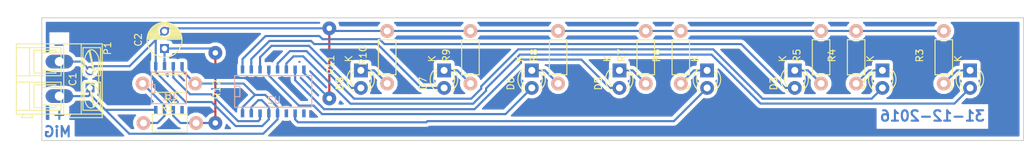
<source format=kicad_pcb>
(kicad_pcb (version 4) (host pcbnew 4.0.5-e0-6337~49~ubuntu14.04.1)

  (general
    (links 46)
    (no_connects 0)
    (area 88.824999 96.444999 231.215001 114.375001)
    (thickness 1.6)
    (drawings 8)
    (tracks 165)
    (zones 0)
    (modules 25)
    (nets 22)
  )

  (page A4)
  (layers
    (0 F.Cu signal)
    (31 B.Cu signal)
    (32 B.Adhes user)
    (33 F.Adhes user)
    (34 B.Paste user)
    (35 F.Paste user)
    (36 B.SilkS user)
    (37 F.SilkS user)
    (38 B.Mask user)
    (39 F.Mask user)
    (40 Dwgs.User user)
    (41 Cmts.User user)
    (42 Eco1.User user)
    (43 Eco2.User user)
    (44 Edge.Cuts user)
    (45 Margin user)
    (46 B.CrtYd user)
    (47 F.CrtYd user)
    (48 B.Fab user)
    (49 F.Fab user)
  )

  (setup
    (last_trace_width 0.3048)
    (user_trace_width 0.254)
    (user_trace_width 0.3048)
    (user_trace_width 0.3556)
    (user_trace_width 0.4064)
    (trace_clearance 0.4064)
    (zone_clearance 0.508)
    (zone_45_only yes)
    (trace_min 0.2)
    (segment_width 0.2)
    (edge_width 0.15)
    (via_size 0.6)
    (via_drill 0.4)
    (via_min_size 0.4)
    (via_min_drill 0.3)
    (uvia_size 0.3)
    (uvia_drill 0.1)
    (uvias_allowed no)
    (uvia_min_size 0)
    (uvia_min_drill 0)
    (pcb_text_width 0.3)
    (pcb_text_size 1.5 1.5)
    (mod_edge_width 0.15)
    (mod_text_size 1 1)
    (mod_text_width 0.15)
    (pad_size 1.524 1.524)
    (pad_drill 0.762)
    (pad_to_mask_clearance 0.2)
    (aux_axis_origin 0 0)
    (visible_elements FFFFFF7F)
    (pcbplotparams
      (layerselection 0x00030_80000001)
      (usegerberextensions false)
      (excludeedgelayer true)
      (linewidth 0.100000)
      (plotframeref false)
      (viasonmask false)
      (mode 1)
      (useauxorigin false)
      (hpglpennumber 1)
      (hpglpenspeed 20)
      (hpglpendiameter 15)
      (hpglpenoverlay 2)
      (psnegative false)
      (psa4output false)
      (plotreference true)
      (plotvalue true)
      (plotinvisibletext false)
      (padsonsilk false)
      (subtractmaskfromsilk false)
      (outputformat 1)
      (mirror false)
      (drillshape 1)
      (scaleselection 1)
      (outputdirectory ""))
  )

  (net 0 "")
  (net 1 "Net-(C2-Pad1)")
  (net 2 GND)
  (net 3 +12V)
  (net 4 "Net-(R1-Pad2)")
  (net 5 "Net-(U1-Pad3)")
  (net 6 "Net-(D1-Pad1)")
  (net 7 "Net-(D1-Pad2)")
  (net 8 "Net-(D2-Pad2)")
  (net 9 "Net-(D3-Pad2)")
  (net 10 "Net-(D4-Pad2)")
  (net 11 "Net-(D5-Pad2)")
  (net 12 "Net-(D6-Pad2)")
  (net 13 "Net-(D7-Pad2)")
  (net 14 "Net-(D8-Pad2)")
  (net 15 "Net-(D6-Pad1)")
  (net 16 "Net-(D7-Pad1)")
  (net 17 "Net-(D8-Pad1)")
  (net 18 "Net-(D2-Pad1)")
  (net 19 "Net-(D3-Pad1)")
  (net 20 "Net-(D4-Pad1)")
  (net 21 "Net-(D5-Pad1)")

  (net_class Default "This is the default net class."
    (clearance 0.4064)
    (trace_width 0.254)
    (via_dia 0.6)
    (via_drill 0.4)
    (uvia_dia 0.3)
    (uvia_drill 0.1)
    (add_net +12V)
    (add_net GND)
    (add_net "Net-(C2-Pad1)")
    (add_net "Net-(D1-Pad1)")
    (add_net "Net-(D1-Pad2)")
    (add_net "Net-(D2-Pad1)")
    (add_net "Net-(D2-Pad2)")
    (add_net "Net-(D3-Pad1)")
    (add_net "Net-(D3-Pad2)")
    (add_net "Net-(D4-Pad1)")
    (add_net "Net-(D4-Pad2)")
    (add_net "Net-(D5-Pad1)")
    (add_net "Net-(D5-Pad2)")
    (add_net "Net-(D6-Pad1)")
    (add_net "Net-(D6-Pad2)")
    (add_net "Net-(D7-Pad1)")
    (add_net "Net-(D7-Pad2)")
    (add_net "Net-(D8-Pad1)")
    (add_net "Net-(D8-Pad2)")
    (add_net "Net-(R1-Pad2)")
    (add_net "Net-(U1-Pad3)")
  )

  (module SMD_Packages:SO-16-N (layer B.Cu) (tedit 0) (tstamp 5862861F)
    (at 122.428 107.188)
    (descr "Module CMS SOJ 16 pins large")
    (tags "CMS SOJ")
    (path /58627826)
    (attr smd)
    (fp_text reference U2 (at 0.127 1.27) (layer B.SilkS)
      (effects (font (size 1 1) (thickness 0.15)) (justify mirror))
    )
    (fp_text value 4017 (at 0 -1.27) (layer B.Fab)
      (effects (font (size 1 1) (thickness 0.15)) (justify mirror))
    )
    (fp_line (start -5.588 0.762) (end -4.826 0.762) (layer B.SilkS) (width 0.15))
    (fp_line (start -4.826 0.762) (end -4.826 -0.762) (layer B.SilkS) (width 0.15))
    (fp_line (start -4.826 -0.762) (end -5.588 -0.762) (layer B.SilkS) (width 0.15))
    (fp_line (start 5.588 2.286) (end 5.588 -2.286) (layer B.SilkS) (width 0.15))
    (fp_line (start 5.588 -2.286) (end -5.588 -2.286) (layer B.SilkS) (width 0.15))
    (fp_line (start -5.588 -2.286) (end -5.588 2.286) (layer B.SilkS) (width 0.15))
    (fp_line (start -5.588 2.286) (end 5.588 2.286) (layer B.SilkS) (width 0.15))
    (pad 16 smd rect (at -4.445 3.175) (size 0.508 1.143) (layers B.Cu B.Paste B.Mask)
      (net 3 +12V))
    (pad 14 smd rect (at -1.905 3.175) (size 0.508 1.143) (layers B.Cu B.Paste B.Mask)
      (net 5 "Net-(U1-Pad3)"))
    (pad 13 smd rect (at -0.635 3.175) (size 0.508 1.143) (layers B.Cu B.Paste B.Mask)
      (net 2 GND))
    (pad 12 smd rect (at 0.635 3.175) (size 0.508 1.143) (layers B.Cu B.Paste B.Mask)
      (net 3 +12V))
    (pad 11 smd rect (at 1.905 3.175) (size 0.508 1.143) (layers B.Cu B.Paste B.Mask))
    (pad 10 smd rect (at 3.175 3.175) (size 0.508 1.143) (layers B.Cu B.Paste B.Mask)
      (net 10 "Net-(D4-Pad2)"))
    (pad 9 smd rect (at 4.445 3.175) (size 0.508 1.143) (layers B.Cu B.Paste B.Mask))
    (pad 8 smd rect (at 4.445 -3.175) (size 0.508 1.143) (layers B.Cu B.Paste B.Mask)
      (net 2 GND))
    (pad 7 smd rect (at 3.175 -3.175) (size 0.508 1.143) (layers B.Cu B.Paste B.Mask)
      (net 11 "Net-(D5-Pad2)"))
    (pad 6 smd rect (at 1.905 -3.175) (size 0.508 1.143) (layers B.Cu B.Paste B.Mask)
      (net 7 "Net-(D1-Pad2)"))
    (pad 5 smd rect (at 0.635 -3.175) (size 0.508 1.143) (layers B.Cu B.Paste B.Mask)
      (net 8 "Net-(D2-Pad2)"))
    (pad 4 smd rect (at -0.635 -3.175) (size 0.508 1.143) (layers B.Cu B.Paste B.Mask)
      (net 12 "Net-(D6-Pad2)"))
    (pad 3 smd rect (at -1.905 -3.175) (size 0.508 1.143) (layers B.Cu B.Paste B.Mask)
      (net 14 "Net-(D8-Pad2)"))
    (pad 2 smd rect (at -3.175 -3.175) (size 0.508 1.143) (layers B.Cu B.Paste B.Mask)
      (net 13 "Net-(D7-Pad2)"))
    (pad 1 smd rect (at -4.445 -3.175) (size 0.508 1.143) (layers B.Cu B.Paste B.Mask)
      (net 9 "Net-(D3-Pad2)"))
    (pad 15 smd rect (at -3.175 3.175) (size 0.508 1.143) (layers B.Cu B.Paste B.Mask)
      (net 2 GND))
    (model SMD_Packages.3dshapes/SO-16-N.wrl
      (at (xyz 0 0 0))
      (scale (xyz 0.5 0.4 0.5))
      (rotate (xyz 0 0 0))
    )
  )

  (module Resistors_ThroughHole:Resistor_Horizontal_RM7mm (layer F.Cu) (tedit 569FCF07) (tstamp 58627E3D)
    (at 103.632 111.76)
    (descr "Resistor, Axial,  RM 7.62mm, 1/3W,")
    (tags "Resistor Axial RM 7.62mm 1/3W R3")
    (path /58627F2A)
    (fp_text reference R2 (at 4.05892 -3.50012) (layer F.SilkS)
      (effects (font (size 1 1) (thickness 0.15)))
    )
    (fp_text value 47k (at 3.81 3.81) (layer F.Fab)
      (effects (font (size 1 1) (thickness 0.15)))
    )
    (fp_line (start -1.25 -1.5) (end 8.85 -1.5) (layer F.CrtYd) (width 0.05))
    (fp_line (start -1.25 1.5) (end -1.25 -1.5) (layer F.CrtYd) (width 0.05))
    (fp_line (start 8.85 -1.5) (end 8.85 1.5) (layer F.CrtYd) (width 0.05))
    (fp_line (start -1.25 1.5) (end 8.85 1.5) (layer F.CrtYd) (width 0.05))
    (fp_line (start 1.27 -1.27) (end 6.35 -1.27) (layer F.SilkS) (width 0.15))
    (fp_line (start 6.35 -1.27) (end 6.35 1.27) (layer F.SilkS) (width 0.15))
    (fp_line (start 6.35 1.27) (end 1.27 1.27) (layer F.SilkS) (width 0.15))
    (fp_line (start 1.27 1.27) (end 1.27 -1.27) (layer F.SilkS) (width 0.15))
    (pad 1 thru_hole circle (at 0 0) (size 1.99898 1.99898) (drill 1.00076) (layers *.Cu *.SilkS *.Mask)
      (net 4 "Net-(R1-Pad2)"))
    (pad 2 thru_hole circle (at 7.62 0) (size 1.99898 1.99898) (drill 1.00076) (layers *.Cu *.SilkS *.Mask)
      (net 1 "Net-(C2-Pad1)"))
  )

  (module Wire_Connections_Bridges:WireConnection_0.80mmDrill (layer F.Cu) (tedit 0) (tstamp 58629B65)
    (at 114.046 111.76 90)
    (descr "WireConnection with 0.8mm drill")
    (path /5863E56D)
    (fp_text reference R12 (at 4.8514 0.2032 90) (layer F.SilkS)
      (effects (font (size 1 1) (thickness 0.15)))
    )
    (fp_text value 0R (at 5.08 3.81 90) (layer F.Fab)
      (effects (font (size 1 1) (thickness 0.15)))
    )
    (fp_line (start 14.0716 -3.7592) (end 13.8684 -3.6576) (layer Cmts.User) (width 0.381))
    (fp_line (start 13.8684 -3.6576) (end 13.6398 -3.6576) (layer Cmts.User) (width 0.381))
    (fp_line (start 13.6398 -3.6576) (end 13.4366 -3.7592) (layer Cmts.User) (width 0.381))
    (fp_line (start 13.4366 -3.7592) (end 13.3604 -4.1148) (layer Cmts.User) (width 0.381))
    (fp_line (start 13.3604 -4.1148) (end 13.3604 -4.572) (layer Cmts.User) (width 0.381))
    (fp_line (start 13.3604 -4.572) (end 13.462 -4.6482) (layer Cmts.User) (width 0.381))
    (fp_line (start 13.462 -4.6482) (end 13.7668 -4.7244) (layer Cmts.User) (width 0.381))
    (fp_line (start 13.7668 -4.7244) (end 13.9954 -4.6736) (layer Cmts.User) (width 0.381))
    (fp_line (start 13.9954 -4.6736) (end 14.0462 -4.318) (layer Cmts.User) (width 0.381))
    (fp_line (start 14.0462 -4.318) (end 13.4366 -4.191) (layer Cmts.User) (width 0.381))
    (fp_line (start 13.4366 -4.191) (end 13.4366 -4.2418) (layer Cmts.User) (width 0.381))
    (fp_line (start 12.7508 -3.7084) (end 12.4206 -3.7084) (layer Cmts.User) (width 0.381))
    (fp_line (start 12.4206 -3.7084) (end 12.2174 -3.7084) (layer Cmts.User) (width 0.381))
    (fp_line (start 12.2174 -3.7084) (end 12.0396 -3.8608) (layer Cmts.User) (width 0.381))
    (fp_line (start 12.0396 -3.8608) (end 12.0396 -4.2418) (layer Cmts.User) (width 0.381))
    (fp_line (start 12.0396 -4.2418) (end 12.1412 -4.572) (layer Cmts.User) (width 0.381))
    (fp_line (start 12.1412 -4.572) (end 12.2936 -4.6482) (layer Cmts.User) (width 0.381))
    (fp_line (start 12.2936 -4.6482) (end 12.573 -4.6482) (layer Cmts.User) (width 0.381))
    (fp_line (start 12.573 -4.6482) (end 12.7508 -4.572) (layer Cmts.User) (width 0.381))
    (fp_line (start 12.7508 -4.572) (end 12.7762 -4.2672) (layer Cmts.User) (width 0.381))
    (fp_line (start 12.7762 -4.2672) (end 12.1412 -4.2418) (layer Cmts.User) (width 0.381))
    (fp_line (start 11.2268 -4.5212) (end 11.6078 -4.6736) (layer Cmts.User) (width 0.381))
    (fp_line (start 11.6078 -4.6736) (end 11.6332 -4.6736) (layer Cmts.User) (width 0.381))
    (fp_line (start 11.2014 -4.7244) (end 11.2014 -3.6576) (layer Cmts.User) (width 0.381))
    (fp_line (start 9.9822 -4.6736) (end 10.668 -4.7244) (layer Cmts.User) (width 0.381))
    (fp_line (start 10.7188 -5.207) (end 10.541 -5.207) (layer Cmts.User) (width 0.381))
    (fp_line (start 10.541 -5.207) (end 10.3886 -5.08) (layer Cmts.User) (width 0.381))
    (fp_line (start 10.3886 -5.08) (end 10.3378 -3.7084) (layer Cmts.User) (width 0.381))
    (fp_line (start 8.4328 -4.5974) (end 8.3058 -4.6736) (layer Cmts.User) (width 0.381))
    (fp_line (start 8.3058 -4.6736) (end 8.0264 -4.6736) (layer Cmts.User) (width 0.381))
    (fp_line (start 8.0264 -4.6736) (end 7.874 -4.445) (layer Cmts.User) (width 0.381))
    (fp_line (start 7.874 -4.445) (end 7.8994 -4.2672) (layer Cmts.User) (width 0.381))
    (fp_line (start 7.8994 -4.2672) (end 8.1788 -4.191) (layer Cmts.User) (width 0.381))
    (fp_line (start 8.1788 -4.191) (end 8.4328 -4.1148) (layer Cmts.User) (width 0.381))
    (fp_line (start 8.4328 -4.1148) (end 8.4836 -3.8354) (layer Cmts.User) (width 0.381))
    (fp_line (start 8.4836 -3.8354) (end 8.2804 -3.6576) (layer Cmts.User) (width 0.381))
    (fp_line (start 8.2804 -3.6576) (end 7.8994 -3.7084) (layer Cmts.User) (width 0.381))
    (fp_line (start 7.1628 -3.6576) (end 6.8072 -3.7592) (layer Cmts.User) (width 0.381))
    (fp_line (start 6.8072 -3.7592) (end 6.604 -3.8354) (layer Cmts.User) (width 0.381))
    (fp_line (start 6.604 -3.8354) (end 6.477 -4.1656) (layer Cmts.User) (width 0.381))
    (fp_line (start 6.477 -4.1656) (end 6.477 -4.4704) (layer Cmts.User) (width 0.381))
    (fp_line (start 6.477 -4.4704) (end 6.6802 -4.6736) (layer Cmts.User) (width 0.381))
    (fp_line (start 6.6802 -4.6736) (end 7.0104 -4.7244) (layer Cmts.User) (width 0.381))
    (fp_line (start 7.2136 -5.207) (end 7.2136 -3.6576) (layer Cmts.User) (width 0.381))
    (fp_line (start 5.715 -3.6576) (end 5.2578 -3.7084) (layer Cmts.User) (width 0.381))
    (fp_line (start 5.2578 -3.7084) (end 5.1054 -3.9116) (layer Cmts.User) (width 0.381))
    (fp_line (start 5.1054 -3.9116) (end 5.1308 -4.191) (layer Cmts.User) (width 0.381))
    (fp_line (start 5.1308 -4.191) (end 5.842 -4.2418) (layer Cmts.User) (width 0.381))
    (fp_line (start 5.1054 -4.572) (end 5.3848 -4.7244) (layer Cmts.User) (width 0.381))
    (fp_line (start 5.3848 -4.7244) (end 5.6388 -4.6482) (layer Cmts.User) (width 0.381))
    (fp_line (start 5.6388 -4.6482) (end 5.7912 -4.4704) (layer Cmts.User) (width 0.381))
    (fp_line (start 5.7912 -4.4704) (end 5.842 -3.6322) (layer Cmts.User) (width 0.381))
    (fp_line (start 3.6068 -3.6576) (end 3.6322 -5.2578) (layer Cmts.User) (width 0.381))
    (fp_line (start 3.6322 -5.2578) (end 4.0894 -5.2578) (layer Cmts.User) (width 0.381))
    (fp_line (start 4.0894 -5.2578) (end 4.3688 -5.1308) (layer Cmts.User) (width 0.381))
    (fp_line (start 4.3688 -5.1308) (end 4.4958 -4.8768) (layer Cmts.User) (width 0.381))
    (fp_line (start 4.4958 -4.8768) (end 4.4958 -4.5974) (layer Cmts.User) (width 0.381))
    (fp_line (start 4.4958 -4.5974) (end 4.3688 -4.3942) (layer Cmts.User) (width 0.381))
    (fp_line (start 4.3688 -4.3942) (end 4.0894 -4.445) (layer Cmts.User) (width 0.381))
    (fp_line (start 4.0894 -4.445) (end 3.6322 -4.445) (layer Cmts.User) (width 0.381))
    (fp_line (start 1.778 -3.7592) (end 1.524 -3.6576) (layer Cmts.User) (width 0.381))
    (fp_line (start 1.524 -3.6576) (end 1.27 -3.7592) (layer Cmts.User) (width 0.381))
    (fp_line (start 1.27 -3.7592) (end 1.1176 -3.9116) (layer Cmts.User) (width 0.381))
    (fp_line (start 1.1176 -3.9116) (end 1.0414 -4.318) (layer Cmts.User) (width 0.381))
    (fp_line (start 1.0414 -4.318) (end 1.1684 -4.572) (layer Cmts.User) (width 0.381))
    (fp_line (start 1.1684 -4.572) (end 1.3716 -4.6736) (layer Cmts.User) (width 0.381))
    (fp_line (start 1.3716 -4.6736) (end 1.651 -4.6482) (layer Cmts.User) (width 0.381))
    (fp_line (start 1.651 -4.6482) (end 1.8034 -4.5212) (layer Cmts.User) (width 0.381))
    (fp_line (start 1.8034 -4.5212) (end 1.8034 -4.318) (layer Cmts.User) (width 0.381))
    (fp_line (start 1.8034 -4.318) (end 1.1684 -4.2418) (layer Cmts.User) (width 0.381))
    (fp_line (start -0.1524 -4.7244) (end 0.3048 -3.6576) (layer Cmts.User) (width 0.381))
    (fp_line (start 0.3048 -3.6576) (end 0.5842 -4.6736) (layer Cmts.User) (width 0.381))
    (fp_line (start 0.5842 -4.6736) (end 0.5588 -4.6736) (layer Cmts.User) (width 0.381))
    (fp_line (start -1.4732 -4.3942) (end -1.4732 -3.9116) (layer Cmts.User) (width 0.381))
    (fp_line (start -1.4732 -3.9116) (end -1.27 -3.7084) (layer Cmts.User) (width 0.381))
    (fp_line (start -1.27 -3.7084) (end -1.0414 -3.6576) (layer Cmts.User) (width 0.381))
    (fp_line (start -1.0414 -3.6576) (end -0.762 -3.7846) (layer Cmts.User) (width 0.381))
    (fp_line (start -0.762 -3.7846) (end -0.6604 -3.9878) (layer Cmts.User) (width 0.381))
    (fp_line (start -0.6604 -3.9878) (end -0.6604 -4.445) (layer Cmts.User) (width 0.381))
    (fp_line (start -0.6604 -4.445) (end -0.8382 -4.6482) (layer Cmts.User) (width 0.381))
    (fp_line (start -0.8382 -4.6482) (end -1.1176 -4.7244) (layer Cmts.User) (width 0.381))
    (fp_line (start -1.1176 -4.7244) (end -1.4478 -4.4704) (layer Cmts.User) (width 0.381))
    (fp_line (start -3.0988 -3.6322) (end -3.0988 -5.2578) (layer Cmts.User) (width 0.381))
    (fp_line (start -3.0988 -5.2578) (end -2.6162 -4.1148) (layer Cmts.User) (width 0.381))
    (fp_line (start -2.6162 -4.1148) (end -2.1336 -5.1816) (layer Cmts.User) (width 0.381))
    (fp_line (start -2.1336 -5.1816) (end -2.1336 -3.6322) (layer Cmts.User) (width 0.381))
    (pad 1 thru_hole circle (at 0 0 90) (size 1.99898 1.99898) (drill 0.8001) (layers *.Cu *.Mask)
      (net 1 "Net-(C2-Pad1)"))
    (pad 2 thru_hole circle (at 10.16 0 90) (size 1.99898 1.99898) (drill 0.8001) (layers *.Cu *.Mask)
      (net 1 "Net-(C2-Pad1)"))
  )

  (module Connect:AK300-2 (layer F.Cu) (tedit 54792136) (tstamp 58628051)
    (at 91.44 102.87 270)
    (descr CONNECTOR)
    (tags CONNECTOR)
    (path /58627A27)
    (attr virtual)
    (fp_text reference P1 (at -1.92 -6.985 270) (layer F.SilkS)
      (effects (font (size 1 1) (thickness 0.15)))
    )
    (fp_text value pwr (at 2.779 7.747 270) (layer F.Fab)
      (effects (font (size 1 1) (thickness 0.15)))
    )
    (fp_line (start 8.363 -6.473) (end -2.83 -6.473) (layer F.CrtYd) (width 0.05))
    (fp_line (start 8.363 6.473) (end 8.363 -6.473) (layer F.CrtYd) (width 0.05))
    (fp_line (start -2.83 6.473) (end 8.363 6.473) (layer F.CrtYd) (width 0.05))
    (fp_line (start -2.83 -6.473) (end -2.83 6.473) (layer F.CrtYd) (width 0.05))
    (fp_line (start -1.2596 2.54) (end 1.2804 2.54) (layer F.SilkS) (width 0.15))
    (fp_line (start 1.2804 2.54) (end 1.2804 -0.254) (layer F.SilkS) (width 0.15))
    (fp_line (start -1.2596 -0.254) (end 1.2804 -0.254) (layer F.SilkS) (width 0.15))
    (fp_line (start -1.2596 2.54) (end -1.2596 -0.254) (layer F.SilkS) (width 0.15))
    (fp_line (start 3.7442 2.54) (end 6.2842 2.54) (layer F.SilkS) (width 0.15))
    (fp_line (start 6.2842 2.54) (end 6.2842 -0.254) (layer F.SilkS) (width 0.15))
    (fp_line (start 3.7442 -0.254) (end 6.2842 -0.254) (layer F.SilkS) (width 0.15))
    (fp_line (start 3.7442 2.54) (end 3.7442 -0.254) (layer F.SilkS) (width 0.15))
    (fp_line (start 7.605 -6.223) (end 7.605 -3.175) (layer F.SilkS) (width 0.15))
    (fp_line (start 7.605 -6.223) (end -2.58 -6.223) (layer F.SilkS) (width 0.15))
    (fp_line (start 7.605 -6.223) (end 8.113 -6.223) (layer F.SilkS) (width 0.15))
    (fp_line (start 8.113 -6.223) (end 8.113 -1.397) (layer F.SilkS) (width 0.15))
    (fp_line (start 8.113 -1.397) (end 7.605 -1.651) (layer F.SilkS) (width 0.15))
    (fp_line (start 8.113 5.461) (end 7.605 5.207) (layer F.SilkS) (width 0.15))
    (fp_line (start 7.605 5.207) (end 7.605 6.223) (layer F.SilkS) (width 0.15))
    (fp_line (start 8.113 3.81) (end 7.605 4.064) (layer F.SilkS) (width 0.15))
    (fp_line (start 7.605 4.064) (end 7.605 5.207) (layer F.SilkS) (width 0.15))
    (fp_line (start 8.113 3.81) (end 8.113 5.461) (layer F.SilkS) (width 0.15))
    (fp_line (start 2.9822 6.223) (end 2.9822 4.318) (layer F.SilkS) (width 0.15))
    (fp_line (start 7.0462 -0.254) (end 7.0462 4.318) (layer F.SilkS) (width 0.15))
    (fp_line (start 2.9822 6.223) (end 7.0462 6.223) (layer F.SilkS) (width 0.15))
    (fp_line (start 7.0462 6.223) (end 7.605 6.223) (layer F.SilkS) (width 0.15))
    (fp_line (start 2.0424 6.223) (end 2.0424 4.318) (layer F.SilkS) (width 0.15))
    (fp_line (start 2.0424 6.223) (end 2.9822 6.223) (layer F.SilkS) (width 0.15))
    (fp_line (start -2.0216 -0.254) (end -2.0216 4.318) (layer F.SilkS) (width 0.15))
    (fp_line (start -2.58 6.223) (end -2.0216 6.223) (layer F.SilkS) (width 0.15))
    (fp_line (start -2.0216 6.223) (end 2.0424 6.223) (layer F.SilkS) (width 0.15))
    (fp_line (start 2.9822 4.318) (end 7.0462 4.318) (layer F.SilkS) (width 0.15))
    (fp_line (start 2.9822 4.318) (end 2.9822 -0.254) (layer F.SilkS) (width 0.15))
    (fp_line (start 7.0462 4.318) (end 7.0462 6.223) (layer F.SilkS) (width 0.15))
    (fp_line (start 2.0424 4.318) (end -2.0216 4.318) (layer F.SilkS) (width 0.15))
    (fp_line (start 2.0424 4.318) (end 2.0424 -0.254) (layer F.SilkS) (width 0.15))
    (fp_line (start -2.0216 4.318) (end -2.0216 6.223) (layer F.SilkS) (width 0.15))
    (fp_line (start 6.6652 3.683) (end 6.6652 0.508) (layer F.SilkS) (width 0.15))
    (fp_line (start 6.6652 3.683) (end 3.3632 3.683) (layer F.SilkS) (width 0.15))
    (fp_line (start 3.3632 3.683) (end 3.3632 0.508) (layer F.SilkS) (width 0.15))
    (fp_line (start 1.6614 3.683) (end 1.6614 0.508) (layer F.SilkS) (width 0.15))
    (fp_line (start 1.6614 3.683) (end -1.6406 3.683) (layer F.SilkS) (width 0.15))
    (fp_line (start -1.6406 3.683) (end -1.6406 0.508) (layer F.SilkS) (width 0.15))
    (fp_line (start -1.6406 0.508) (end -1.2596 0.508) (layer F.SilkS) (width 0.15))
    (fp_line (start 1.6614 0.508) (end 1.2804 0.508) (layer F.SilkS) (width 0.15))
    (fp_line (start 3.3632 0.508) (end 3.7442 0.508) (layer F.SilkS) (width 0.15))
    (fp_line (start 6.6652 0.508) (end 6.2842 0.508) (layer F.SilkS) (width 0.15))
    (fp_line (start -2.58 6.223) (end -2.58 -0.635) (layer F.SilkS) (width 0.15))
    (fp_line (start -2.58 -0.635) (end -2.58 -3.175) (layer F.SilkS) (width 0.15))
    (fp_line (start 7.605 -1.651) (end 7.605 -0.635) (layer F.SilkS) (width 0.15))
    (fp_line (start 7.605 -0.635) (end 7.605 4.064) (layer F.SilkS) (width 0.15))
    (fp_line (start -2.58 -3.175) (end 7.605 -3.175) (layer F.SilkS) (width 0.15))
    (fp_line (start -2.58 -3.175) (end -2.58 -6.223) (layer F.SilkS) (width 0.15))
    (fp_line (start 7.605 -3.175) (end 7.605 -1.651) (layer F.SilkS) (width 0.15))
    (fp_line (start 2.9822 -3.429) (end 2.9822 -5.969) (layer F.SilkS) (width 0.15))
    (fp_line (start 2.9822 -5.969) (end 7.0462 -5.969) (layer F.SilkS) (width 0.15))
    (fp_line (start 7.0462 -5.969) (end 7.0462 -3.429) (layer F.SilkS) (width 0.15))
    (fp_line (start 7.0462 -3.429) (end 2.9822 -3.429) (layer F.SilkS) (width 0.15))
    (fp_line (start 2.0424 -3.429) (end 2.0424 -5.969) (layer F.SilkS) (width 0.15))
    (fp_line (start 2.0424 -3.429) (end -2.0216 -3.429) (layer F.SilkS) (width 0.15))
    (fp_line (start -2.0216 -3.429) (end -2.0216 -5.969) (layer F.SilkS) (width 0.15))
    (fp_line (start 2.0424 -5.969) (end -2.0216 -5.969) (layer F.SilkS) (width 0.15))
    (fp_line (start 3.3886 -4.445) (end 6.4366 -5.08) (layer F.SilkS) (width 0.15))
    (fp_line (start 3.5156 -4.318) (end 6.5636 -4.953) (layer F.SilkS) (width 0.15))
    (fp_line (start -1.6152 -4.445) (end 1.43534 -5.08) (layer F.SilkS) (width 0.15))
    (fp_line (start -1.4882 -4.318) (end 1.5598 -4.953) (layer F.SilkS) (width 0.15))
    (fp_line (start -2.0216 -0.254) (end -1.6406 -0.254) (layer F.SilkS) (width 0.15))
    (fp_line (start 2.0424 -0.254) (end 1.6614 -0.254) (layer F.SilkS) (width 0.15))
    (fp_line (start 1.6614 -0.254) (end -1.6406 -0.254) (layer F.SilkS) (width 0.15))
    (fp_line (start -2.58 -0.635) (end -1.6406 -0.635) (layer F.SilkS) (width 0.15))
    (fp_line (start -1.6406 -0.635) (end 1.6614 -0.635) (layer F.SilkS) (width 0.15))
    (fp_line (start 1.6614 -0.635) (end 3.3632 -0.635) (layer F.SilkS) (width 0.15))
    (fp_line (start 7.605 -0.635) (end 6.6652 -0.635) (layer F.SilkS) (width 0.15))
    (fp_line (start 6.6652 -0.635) (end 3.3632 -0.635) (layer F.SilkS) (width 0.15))
    (fp_line (start 7.0462 -0.254) (end 6.6652 -0.254) (layer F.SilkS) (width 0.15))
    (fp_line (start 2.9822 -0.254) (end 3.3632 -0.254) (layer F.SilkS) (width 0.15))
    (fp_line (start 3.3632 -0.254) (end 6.6652 -0.254) (layer F.SilkS) (width 0.15))
    (fp_arc (start 6.0302 -4.59486) (end 6.53566 -5.05206) (angle 90.5) (layer F.SilkS) (width 0.15))
    (fp_arc (start 5.065 -6.0706) (end 6.52804 -4.11734) (angle 75.5) (layer F.SilkS) (width 0.15))
    (fp_arc (start 4.98626 -3.7084) (end 3.3886 -5.0038) (angle 100) (layer F.SilkS) (width 0.15))
    (fp_arc (start 3.8712 -4.64566) (end 3.58164 -4.1275) (angle 104.2) (layer F.SilkS) (width 0.15))
    (fp_arc (start 1.0264 -4.59486) (end 1.5344 -5.05206) (angle 90.5) (layer F.SilkS) (width 0.15))
    (fp_arc (start 0.06374 -6.0706) (end 1.52678 -4.11734) (angle 75.5) (layer F.SilkS) (width 0.15))
    (fp_arc (start -0.01246 -3.7084) (end -1.6152 -5.0038) (angle 100) (layer F.SilkS) (width 0.15))
    (fp_arc (start -1.1326 -4.64566) (end -1.41962 -4.1275) (angle 104.2) (layer F.SilkS) (width 0.15))
    (pad 1 thru_hole oval (at 0 0 270) (size 1.9812 3.9624) (drill 1.3208) (layers *.Cu F.Paste F.Mask)
      (net 2 GND))
    (pad 2 thru_hole oval (at 5 0 270) (size 1.9812 3.9624) (drill 1.3208) (layers *.Cu F.Paste F.Mask)
      (net 3 +12V))
  )

  (module Capacitors_ThroughHole:C_Radial_D5_L6_P2.5 (layer F.Cu) (tedit 0) (tstamp 58627E2E)
    (at 106.68 100.965 90)
    (descr "Radial Electrolytic Capacitor Diameter 5mm x Length 6mm, Pitch 2.5mm")
    (tags "Electrolytic Capacitor")
    (path /586278F5)
    (fp_text reference C2 (at 1.25 -3.8 90) (layer F.SilkS)
      (effects (font (size 1 1) (thickness 0.15)))
    )
    (fp_text value 2.2uF (at 1.25 3.8 90) (layer F.Fab)
      (effects (font (size 1 1) (thickness 0.15)))
    )
    (fp_line (start 1.325 -2.499) (end 1.325 2.499) (layer F.SilkS) (width 0.15))
    (fp_line (start 1.465 -2.491) (end 1.465 2.491) (layer F.SilkS) (width 0.15))
    (fp_line (start 1.605 -2.475) (end 1.605 -0.095) (layer F.SilkS) (width 0.15))
    (fp_line (start 1.605 0.095) (end 1.605 2.475) (layer F.SilkS) (width 0.15))
    (fp_line (start 1.745 -2.451) (end 1.745 -0.49) (layer F.SilkS) (width 0.15))
    (fp_line (start 1.745 0.49) (end 1.745 2.451) (layer F.SilkS) (width 0.15))
    (fp_line (start 1.885 -2.418) (end 1.885 -0.657) (layer F.SilkS) (width 0.15))
    (fp_line (start 1.885 0.657) (end 1.885 2.418) (layer F.SilkS) (width 0.15))
    (fp_line (start 2.025 -2.377) (end 2.025 -0.764) (layer F.SilkS) (width 0.15))
    (fp_line (start 2.025 0.764) (end 2.025 2.377) (layer F.SilkS) (width 0.15))
    (fp_line (start 2.165 -2.327) (end 2.165 -0.835) (layer F.SilkS) (width 0.15))
    (fp_line (start 2.165 0.835) (end 2.165 2.327) (layer F.SilkS) (width 0.15))
    (fp_line (start 2.305 -2.266) (end 2.305 -0.879) (layer F.SilkS) (width 0.15))
    (fp_line (start 2.305 0.879) (end 2.305 2.266) (layer F.SilkS) (width 0.15))
    (fp_line (start 2.445 -2.196) (end 2.445 -0.898) (layer F.SilkS) (width 0.15))
    (fp_line (start 2.445 0.898) (end 2.445 2.196) (layer F.SilkS) (width 0.15))
    (fp_line (start 2.585 -2.114) (end 2.585 -0.896) (layer F.SilkS) (width 0.15))
    (fp_line (start 2.585 0.896) (end 2.585 2.114) (layer F.SilkS) (width 0.15))
    (fp_line (start 2.725 -2.019) (end 2.725 -0.871) (layer F.SilkS) (width 0.15))
    (fp_line (start 2.725 0.871) (end 2.725 2.019) (layer F.SilkS) (width 0.15))
    (fp_line (start 2.865 -1.908) (end 2.865 -0.823) (layer F.SilkS) (width 0.15))
    (fp_line (start 2.865 0.823) (end 2.865 1.908) (layer F.SilkS) (width 0.15))
    (fp_line (start 3.005 -1.78) (end 3.005 -0.745) (layer F.SilkS) (width 0.15))
    (fp_line (start 3.005 0.745) (end 3.005 1.78) (layer F.SilkS) (width 0.15))
    (fp_line (start 3.145 -1.631) (end 3.145 -0.628) (layer F.SilkS) (width 0.15))
    (fp_line (start 3.145 0.628) (end 3.145 1.631) (layer F.SilkS) (width 0.15))
    (fp_line (start 3.285 -1.452) (end 3.285 -0.44) (layer F.SilkS) (width 0.15))
    (fp_line (start 3.285 0.44) (end 3.285 1.452) (layer F.SilkS) (width 0.15))
    (fp_line (start 3.425 -1.233) (end 3.425 1.233) (layer F.SilkS) (width 0.15))
    (fp_line (start 3.565 -0.944) (end 3.565 0.944) (layer F.SilkS) (width 0.15))
    (fp_line (start 3.705 -0.472) (end 3.705 0.472) (layer F.SilkS) (width 0.15))
    (fp_circle (center 2.5 0) (end 2.5 -0.9) (layer F.SilkS) (width 0.15))
    (fp_circle (center 1.25 0) (end 1.25 -2.5375) (layer F.SilkS) (width 0.15))
    (fp_circle (center 1.25 0) (end 1.25 -2.8) (layer F.CrtYd) (width 0.05))
    (pad 1 thru_hole rect (at 0 0 90) (size 1.3 1.3) (drill 0.8) (layers *.Cu *.Mask)
      (net 1 "Net-(C2-Pad1)"))
    (pad 2 thru_hole circle (at 2.5 0 90) (size 1.3 1.3) (drill 0.8) (layers *.Cu *.Mask)
      (net 2 GND))
    (model Capacitors_ThroughHole.3dshapes/C_Radial_D5_L6_P2.5.wrl
      (at (xyz 0.0492126 0 0))
      (scale (xyz 1 1 1))
      (rotate (xyz 0 0 90))
    )
  )

  (module Wire_Connections_Bridges:WireConnection_0.80mmDrill (layer F.Cu) (tedit 0) (tstamp 58629A49)
    (at 130.556 108.204 90)
    (descr "WireConnection with 0.8mm drill")
    (path /5863D7E6)
    (fp_text reference R11 (at 4.8514 0.2032 90) (layer F.SilkS)
      (effects (font (size 1 1) (thickness 0.15)))
    )
    (fp_text value 0R (at 5.08 3.81 90) (layer F.Fab)
      (effects (font (size 1 1) (thickness 0.15)))
    )
    (fp_line (start 14.0716 -3.7592) (end 13.8684 -3.6576) (layer Cmts.User) (width 0.381))
    (fp_line (start 13.8684 -3.6576) (end 13.6398 -3.6576) (layer Cmts.User) (width 0.381))
    (fp_line (start 13.6398 -3.6576) (end 13.4366 -3.7592) (layer Cmts.User) (width 0.381))
    (fp_line (start 13.4366 -3.7592) (end 13.3604 -4.1148) (layer Cmts.User) (width 0.381))
    (fp_line (start 13.3604 -4.1148) (end 13.3604 -4.572) (layer Cmts.User) (width 0.381))
    (fp_line (start 13.3604 -4.572) (end 13.462 -4.6482) (layer Cmts.User) (width 0.381))
    (fp_line (start 13.462 -4.6482) (end 13.7668 -4.7244) (layer Cmts.User) (width 0.381))
    (fp_line (start 13.7668 -4.7244) (end 13.9954 -4.6736) (layer Cmts.User) (width 0.381))
    (fp_line (start 13.9954 -4.6736) (end 14.0462 -4.318) (layer Cmts.User) (width 0.381))
    (fp_line (start 14.0462 -4.318) (end 13.4366 -4.191) (layer Cmts.User) (width 0.381))
    (fp_line (start 13.4366 -4.191) (end 13.4366 -4.2418) (layer Cmts.User) (width 0.381))
    (fp_line (start 12.7508 -3.7084) (end 12.4206 -3.7084) (layer Cmts.User) (width 0.381))
    (fp_line (start 12.4206 -3.7084) (end 12.2174 -3.7084) (layer Cmts.User) (width 0.381))
    (fp_line (start 12.2174 -3.7084) (end 12.0396 -3.8608) (layer Cmts.User) (width 0.381))
    (fp_line (start 12.0396 -3.8608) (end 12.0396 -4.2418) (layer Cmts.User) (width 0.381))
    (fp_line (start 12.0396 -4.2418) (end 12.1412 -4.572) (layer Cmts.User) (width 0.381))
    (fp_line (start 12.1412 -4.572) (end 12.2936 -4.6482) (layer Cmts.User) (width 0.381))
    (fp_line (start 12.2936 -4.6482) (end 12.573 -4.6482) (layer Cmts.User) (width 0.381))
    (fp_line (start 12.573 -4.6482) (end 12.7508 -4.572) (layer Cmts.User) (width 0.381))
    (fp_line (start 12.7508 -4.572) (end 12.7762 -4.2672) (layer Cmts.User) (width 0.381))
    (fp_line (start 12.7762 -4.2672) (end 12.1412 -4.2418) (layer Cmts.User) (width 0.381))
    (fp_line (start 11.2268 -4.5212) (end 11.6078 -4.6736) (layer Cmts.User) (width 0.381))
    (fp_line (start 11.6078 -4.6736) (end 11.6332 -4.6736) (layer Cmts.User) (width 0.381))
    (fp_line (start 11.2014 -4.7244) (end 11.2014 -3.6576) (layer Cmts.User) (width 0.381))
    (fp_line (start 9.9822 -4.6736) (end 10.668 -4.7244) (layer Cmts.User) (width 0.381))
    (fp_line (start 10.7188 -5.207) (end 10.541 -5.207) (layer Cmts.User) (width 0.381))
    (fp_line (start 10.541 -5.207) (end 10.3886 -5.08) (layer Cmts.User) (width 0.381))
    (fp_line (start 10.3886 -5.08) (end 10.3378 -3.7084) (layer Cmts.User) (width 0.381))
    (fp_line (start 8.4328 -4.5974) (end 8.3058 -4.6736) (layer Cmts.User) (width 0.381))
    (fp_line (start 8.3058 -4.6736) (end 8.0264 -4.6736) (layer Cmts.User) (width 0.381))
    (fp_line (start 8.0264 -4.6736) (end 7.874 -4.445) (layer Cmts.User) (width 0.381))
    (fp_line (start 7.874 -4.445) (end 7.8994 -4.2672) (layer Cmts.User) (width 0.381))
    (fp_line (start 7.8994 -4.2672) (end 8.1788 -4.191) (layer Cmts.User) (width 0.381))
    (fp_line (start 8.1788 -4.191) (end 8.4328 -4.1148) (layer Cmts.User) (width 0.381))
    (fp_line (start 8.4328 -4.1148) (end 8.4836 -3.8354) (layer Cmts.User) (width 0.381))
    (fp_line (start 8.4836 -3.8354) (end 8.2804 -3.6576) (layer Cmts.User) (width 0.381))
    (fp_line (start 8.2804 -3.6576) (end 7.8994 -3.7084) (layer Cmts.User) (width 0.381))
    (fp_line (start 7.1628 -3.6576) (end 6.8072 -3.7592) (layer Cmts.User) (width 0.381))
    (fp_line (start 6.8072 -3.7592) (end 6.604 -3.8354) (layer Cmts.User) (width 0.381))
    (fp_line (start 6.604 -3.8354) (end 6.477 -4.1656) (layer Cmts.User) (width 0.381))
    (fp_line (start 6.477 -4.1656) (end 6.477 -4.4704) (layer Cmts.User) (width 0.381))
    (fp_line (start 6.477 -4.4704) (end 6.6802 -4.6736) (layer Cmts.User) (width 0.381))
    (fp_line (start 6.6802 -4.6736) (end 7.0104 -4.7244) (layer Cmts.User) (width 0.381))
    (fp_line (start 7.2136 -5.207) (end 7.2136 -3.6576) (layer Cmts.User) (width 0.381))
    (fp_line (start 5.715 -3.6576) (end 5.2578 -3.7084) (layer Cmts.User) (width 0.381))
    (fp_line (start 5.2578 -3.7084) (end 5.1054 -3.9116) (layer Cmts.User) (width 0.381))
    (fp_line (start 5.1054 -3.9116) (end 5.1308 -4.191) (layer Cmts.User) (width 0.381))
    (fp_line (start 5.1308 -4.191) (end 5.842 -4.2418) (layer Cmts.User) (width 0.381))
    (fp_line (start 5.1054 -4.572) (end 5.3848 -4.7244) (layer Cmts.User) (width 0.381))
    (fp_line (start 5.3848 -4.7244) (end 5.6388 -4.6482) (layer Cmts.User) (width 0.381))
    (fp_line (start 5.6388 -4.6482) (end 5.7912 -4.4704) (layer Cmts.User) (width 0.381))
    (fp_line (start 5.7912 -4.4704) (end 5.842 -3.6322) (layer Cmts.User) (width 0.381))
    (fp_line (start 3.6068 -3.6576) (end 3.6322 -5.2578) (layer Cmts.User) (width 0.381))
    (fp_line (start 3.6322 -5.2578) (end 4.0894 -5.2578) (layer Cmts.User) (width 0.381))
    (fp_line (start 4.0894 -5.2578) (end 4.3688 -5.1308) (layer Cmts.User) (width 0.381))
    (fp_line (start 4.3688 -5.1308) (end 4.4958 -4.8768) (layer Cmts.User) (width 0.381))
    (fp_line (start 4.4958 -4.8768) (end 4.4958 -4.5974) (layer Cmts.User) (width 0.381))
    (fp_line (start 4.4958 -4.5974) (end 4.3688 -4.3942) (layer Cmts.User) (width 0.381))
    (fp_line (start 4.3688 -4.3942) (end 4.0894 -4.445) (layer Cmts.User) (width 0.381))
    (fp_line (start 4.0894 -4.445) (end 3.6322 -4.445) (layer Cmts.User) (width 0.381))
    (fp_line (start 1.778 -3.7592) (end 1.524 -3.6576) (layer Cmts.User) (width 0.381))
    (fp_line (start 1.524 -3.6576) (end 1.27 -3.7592) (layer Cmts.User) (width 0.381))
    (fp_line (start 1.27 -3.7592) (end 1.1176 -3.9116) (layer Cmts.User) (width 0.381))
    (fp_line (start 1.1176 -3.9116) (end 1.0414 -4.318) (layer Cmts.User) (width 0.381))
    (fp_line (start 1.0414 -4.318) (end 1.1684 -4.572) (layer Cmts.User) (width 0.381))
    (fp_line (start 1.1684 -4.572) (end 1.3716 -4.6736) (layer Cmts.User) (width 0.381))
    (fp_line (start 1.3716 -4.6736) (end 1.651 -4.6482) (layer Cmts.User) (width 0.381))
    (fp_line (start 1.651 -4.6482) (end 1.8034 -4.5212) (layer Cmts.User) (width 0.381))
    (fp_line (start 1.8034 -4.5212) (end 1.8034 -4.318) (layer Cmts.User) (width 0.381))
    (fp_line (start 1.8034 -4.318) (end 1.1684 -4.2418) (layer Cmts.User) (width 0.381))
    (fp_line (start -0.1524 -4.7244) (end 0.3048 -3.6576) (layer Cmts.User) (width 0.381))
    (fp_line (start 0.3048 -3.6576) (end 0.5842 -4.6736) (layer Cmts.User) (width 0.381))
    (fp_line (start 0.5842 -4.6736) (end 0.5588 -4.6736) (layer Cmts.User) (width 0.381))
    (fp_line (start -1.4732 -4.3942) (end -1.4732 -3.9116) (layer Cmts.User) (width 0.381))
    (fp_line (start -1.4732 -3.9116) (end -1.27 -3.7084) (layer Cmts.User) (width 0.381))
    (fp_line (start -1.27 -3.7084) (end -1.0414 -3.6576) (layer Cmts.User) (width 0.381))
    (fp_line (start -1.0414 -3.6576) (end -0.762 -3.7846) (layer Cmts.User) (width 0.381))
    (fp_line (start -0.762 -3.7846) (end -0.6604 -3.9878) (layer Cmts.User) (width 0.381))
    (fp_line (start -0.6604 -3.9878) (end -0.6604 -4.445) (layer Cmts.User) (width 0.381))
    (fp_line (start -0.6604 -4.445) (end -0.8382 -4.6482) (layer Cmts.User) (width 0.381))
    (fp_line (start -0.8382 -4.6482) (end -1.1176 -4.7244) (layer Cmts.User) (width 0.381))
    (fp_line (start -1.1176 -4.7244) (end -1.4478 -4.4704) (layer Cmts.User) (width 0.381))
    (fp_line (start -3.0988 -3.6322) (end -3.0988 -5.2578) (layer Cmts.User) (width 0.381))
    (fp_line (start -3.0988 -5.2578) (end -2.6162 -4.1148) (layer Cmts.User) (width 0.381))
    (fp_line (start -2.6162 -4.1148) (end -2.1336 -5.1816) (layer Cmts.User) (width 0.381))
    (fp_line (start -2.1336 -5.1816) (end -2.1336 -3.6322) (layer Cmts.User) (width 0.381))
    (pad 1 thru_hole circle (at 0 0 90) (size 1.99898 1.99898) (drill 0.8001) (layers *.Cu *.Mask)
      (net 2 GND))
    (pad 2 thru_hole circle (at 10.16 0 90) (size 1.99898 1.99898) (drill 0.8001) (layers *.Cu *.Mask)
      (net 2 GND))
  )

  (module LEDs:LED-3MM (layer F.Cu) (tedit 559B82F6) (tstamp 58627CFB)
    (at 210.693 104.14 270)
    (descr "LED 3mm round vertical")
    (tags "LED  3mm round vertical")
    (path /58630566)
    (fp_text reference D2 (at 1.91 3.06 270) (layer F.SilkS)
      (effects (font (size 1 1) (thickness 0.15)))
    )
    (fp_text value LED_Small (at 1.3 -2.9 270) (layer F.Fab)
      (effects (font (size 1 1) (thickness 0.15)))
    )
    (fp_line (start -1.2 2.3) (end 3.8 2.3) (layer F.CrtYd) (width 0.05))
    (fp_line (start 3.8 2.3) (end 3.8 -2.2) (layer F.CrtYd) (width 0.05))
    (fp_line (start 3.8 -2.2) (end -1.2 -2.2) (layer F.CrtYd) (width 0.05))
    (fp_line (start -1.2 -2.2) (end -1.2 2.3) (layer F.CrtYd) (width 0.05))
    (fp_line (start -0.199 1.314) (end -0.199 1.114) (layer F.SilkS) (width 0.15))
    (fp_line (start -0.199 -1.28) (end -0.199 -1.1) (layer F.SilkS) (width 0.15))
    (fp_arc (start 1.301 0.034) (end -0.199 -1.286) (angle 108.5) (layer F.SilkS) (width 0.15))
    (fp_arc (start 1.301 0.034) (end 0.25 -1.1) (angle 85.7) (layer F.SilkS) (width 0.15))
    (fp_arc (start 1.311 0.034) (end 3.051 0.994) (angle 110) (layer F.SilkS) (width 0.15))
    (fp_arc (start 1.301 0.034) (end 2.335 1.094) (angle 87.5) (layer F.SilkS) (width 0.15))
    (fp_text user K (at -1.69 1.74 270) (layer F.SilkS)
      (effects (font (size 1 1) (thickness 0.15)))
    )
    (pad 1 thru_hole rect (at 0 0) (size 2 2) (drill 1.00076) (layers *.Cu *.Mask)
      (net 18 "Net-(D2-Pad1)"))
    (pad 2 thru_hole circle (at 2.54 0 270) (size 2 2) (drill 1.00076) (layers *.Cu *.Mask)
      (net 8 "Net-(D2-Pad2)"))
    (model LEDs.3dshapes/LED-3MM.wrl
      (at (xyz 0.05 0 0))
      (scale (xyz 1 1 1))
      (rotate (xyz 0 0 90))
    )
  )

  (module LEDs:LED-3MM (layer F.Cu) (tedit 559B82F6) (tstamp 58627D01)
    (at 197.993 104.14 270)
    (descr "LED 3mm round vertical")
    (tags "LED  3mm round vertical")
    (path /5863059E)
    (fp_text reference D3 (at 1.91 3.06 270) (layer F.SilkS)
      (effects (font (size 1 1) (thickness 0.15)))
    )
    (fp_text value LED_Small (at 1.3 -2.9 270) (layer F.Fab)
      (effects (font (size 1 1) (thickness 0.15)))
    )
    (fp_line (start -1.2 2.3) (end 3.8 2.3) (layer F.CrtYd) (width 0.05))
    (fp_line (start 3.8 2.3) (end 3.8 -2.2) (layer F.CrtYd) (width 0.05))
    (fp_line (start 3.8 -2.2) (end -1.2 -2.2) (layer F.CrtYd) (width 0.05))
    (fp_line (start -1.2 -2.2) (end -1.2 2.3) (layer F.CrtYd) (width 0.05))
    (fp_line (start -0.199 1.314) (end -0.199 1.114) (layer F.SilkS) (width 0.15))
    (fp_line (start -0.199 -1.28) (end -0.199 -1.1) (layer F.SilkS) (width 0.15))
    (fp_arc (start 1.301 0.034) (end -0.199 -1.286) (angle 108.5) (layer F.SilkS) (width 0.15))
    (fp_arc (start 1.301 0.034) (end 0.25 -1.1) (angle 85.7) (layer F.SilkS) (width 0.15))
    (fp_arc (start 1.311 0.034) (end 3.051 0.994) (angle 110) (layer F.SilkS) (width 0.15))
    (fp_arc (start 1.301 0.034) (end 2.335 1.094) (angle 87.5) (layer F.SilkS) (width 0.15))
    (fp_text user K (at -1.69 1.74 270) (layer F.SilkS)
      (effects (font (size 1 1) (thickness 0.15)))
    )
    (pad 1 thru_hole rect (at 0 0) (size 2 2) (drill 1.00076) (layers *.Cu *.Mask)
      (net 19 "Net-(D3-Pad1)"))
    (pad 2 thru_hole circle (at 2.54 0 270) (size 2 2) (drill 1.00076) (layers *.Cu *.Mask)
      (net 9 "Net-(D3-Pad2)"))
    (model LEDs.3dshapes/LED-3MM.wrl
      (at (xyz 0.05 0 0))
      (scale (xyz 1 1 1))
      (rotate (xyz 0 0 90))
    )
  )

  (module LEDs:LED-3MM (layer F.Cu) (tedit 559B82F6) (tstamp 58627D07)
    (at 185.293 104.14 270)
    (descr "LED 3mm round vertical")
    (tags "LED  3mm round vertical")
    (path /586305E5)
    (fp_text reference D4 (at 1.91 3.06 270) (layer F.SilkS)
      (effects (font (size 1 1) (thickness 0.15)))
    )
    (fp_text value LED_Small (at 1.3 -2.9 270) (layer F.Fab)
      (effects (font (size 1 1) (thickness 0.15)))
    )
    (fp_line (start -1.2 2.3) (end 3.8 2.3) (layer F.CrtYd) (width 0.05))
    (fp_line (start 3.8 2.3) (end 3.8 -2.2) (layer F.CrtYd) (width 0.05))
    (fp_line (start 3.8 -2.2) (end -1.2 -2.2) (layer F.CrtYd) (width 0.05))
    (fp_line (start -1.2 -2.2) (end -1.2 2.3) (layer F.CrtYd) (width 0.05))
    (fp_line (start -0.199 1.314) (end -0.199 1.114) (layer F.SilkS) (width 0.15))
    (fp_line (start -0.199 -1.28) (end -0.199 -1.1) (layer F.SilkS) (width 0.15))
    (fp_arc (start 1.301 0.034) (end -0.199 -1.286) (angle 108.5) (layer F.SilkS) (width 0.15))
    (fp_arc (start 1.301 0.034) (end 0.25 -1.1) (angle 85.7) (layer F.SilkS) (width 0.15))
    (fp_arc (start 1.311 0.034) (end 3.051 0.994) (angle 110) (layer F.SilkS) (width 0.15))
    (fp_arc (start 1.301 0.034) (end 2.335 1.094) (angle 87.5) (layer F.SilkS) (width 0.15))
    (fp_text user K (at -1.69 1.74 270) (layer F.SilkS)
      (effects (font (size 1 1) (thickness 0.15)))
    )
    (pad 1 thru_hole rect (at 0 0) (size 2 2) (drill 1.00076) (layers *.Cu *.Mask)
      (net 20 "Net-(D4-Pad1)"))
    (pad 2 thru_hole circle (at 2.54 0 270) (size 2 2) (drill 1.00076) (layers *.Cu *.Mask)
      (net 10 "Net-(D4-Pad2)"))
    (model LEDs.3dshapes/LED-3MM.wrl
      (at (xyz 0.05 0 0))
      (scale (xyz 1 1 1))
      (rotate (xyz 0 0 90))
    )
  )

  (module LEDs:LED-3MM (layer F.Cu) (tedit 559B82F6) (tstamp 58627D0D)
    (at 172.593 104.14 270)
    (descr "LED 3mm round vertical")
    (tags "LED  3mm round vertical")
    (path /5863062B)
    (fp_text reference D5 (at 1.91 3.06 270) (layer F.SilkS)
      (effects (font (size 1 1) (thickness 0.15)))
    )
    (fp_text value LED_Small (at 1.3 -2.9 270) (layer F.Fab)
      (effects (font (size 1 1) (thickness 0.15)))
    )
    (fp_line (start -1.2 2.3) (end 3.8 2.3) (layer F.CrtYd) (width 0.05))
    (fp_line (start 3.8 2.3) (end 3.8 -2.2) (layer F.CrtYd) (width 0.05))
    (fp_line (start 3.8 -2.2) (end -1.2 -2.2) (layer F.CrtYd) (width 0.05))
    (fp_line (start -1.2 -2.2) (end -1.2 2.3) (layer F.CrtYd) (width 0.05))
    (fp_line (start -0.199 1.314) (end -0.199 1.114) (layer F.SilkS) (width 0.15))
    (fp_line (start -0.199 -1.28) (end -0.199 -1.1) (layer F.SilkS) (width 0.15))
    (fp_arc (start 1.301 0.034) (end -0.199 -1.286) (angle 108.5) (layer F.SilkS) (width 0.15))
    (fp_arc (start 1.301 0.034) (end 0.25 -1.1) (angle 85.7) (layer F.SilkS) (width 0.15))
    (fp_arc (start 1.311 0.034) (end 3.051 0.994) (angle 110) (layer F.SilkS) (width 0.15))
    (fp_arc (start 1.301 0.034) (end 2.335 1.094) (angle 87.5) (layer F.SilkS) (width 0.15))
    (fp_text user K (at -1.69 1.74 270) (layer F.SilkS)
      (effects (font (size 1 1) (thickness 0.15)))
    )
    (pad 1 thru_hole rect (at 0 0) (size 2 2) (drill 1.00076) (layers *.Cu *.Mask)
      (net 21 "Net-(D5-Pad1)"))
    (pad 2 thru_hole circle (at 2.54 0 270) (size 2 2) (drill 1.00076) (layers *.Cu *.Mask)
      (net 11 "Net-(D5-Pad2)"))
    (model LEDs.3dshapes/LED-3MM.wrl
      (at (xyz 0.05 0 0))
      (scale (xyz 1 1 1))
      (rotate (xyz 0 0 90))
    )
  )

  (module LEDs:LED-3MM (layer F.Cu) (tedit 559B82F6) (tstamp 58627D13)
    (at 159.893 104.14 270)
    (descr "LED 3mm round vertical")
    (tags "LED  3mm round vertical")
    (path /58630696)
    (fp_text reference D6 (at 1.91 3.06 270) (layer F.SilkS)
      (effects (font (size 1 1) (thickness 0.15)))
    )
    (fp_text value LED_Small (at 1.3 -2.9 270) (layer F.Fab)
      (effects (font (size 1 1) (thickness 0.15)))
    )
    (fp_line (start -1.2 2.3) (end 3.8 2.3) (layer F.CrtYd) (width 0.05))
    (fp_line (start 3.8 2.3) (end 3.8 -2.2) (layer F.CrtYd) (width 0.05))
    (fp_line (start 3.8 -2.2) (end -1.2 -2.2) (layer F.CrtYd) (width 0.05))
    (fp_line (start -1.2 -2.2) (end -1.2 2.3) (layer F.CrtYd) (width 0.05))
    (fp_line (start -0.199 1.314) (end -0.199 1.114) (layer F.SilkS) (width 0.15))
    (fp_line (start -0.199 -1.28) (end -0.199 -1.1) (layer F.SilkS) (width 0.15))
    (fp_arc (start 1.301 0.034) (end -0.199 -1.286) (angle 108.5) (layer F.SilkS) (width 0.15))
    (fp_arc (start 1.301 0.034) (end 0.25 -1.1) (angle 85.7) (layer F.SilkS) (width 0.15))
    (fp_arc (start 1.311 0.034) (end 3.051 0.994) (angle 110) (layer F.SilkS) (width 0.15))
    (fp_arc (start 1.301 0.034) (end 2.335 1.094) (angle 87.5) (layer F.SilkS) (width 0.15))
    (fp_text user K (at -1.69 1.74 270) (layer F.SilkS)
      (effects (font (size 1 1) (thickness 0.15)))
    )
    (pad 1 thru_hole rect (at 0 0) (size 2 2) (drill 1.00076) (layers *.Cu *.Mask)
      (net 15 "Net-(D6-Pad1)"))
    (pad 2 thru_hole circle (at 2.54 0 270) (size 2 2) (drill 1.00076) (layers *.Cu *.Mask)
      (net 12 "Net-(D6-Pad2)"))
    (model LEDs.3dshapes/LED-3MM.wrl
      (at (xyz 0.05 0 0))
      (scale (xyz 1 1 1))
      (rotate (xyz 0 0 90))
    )
  )

  (module LEDs:LED-3MM (layer F.Cu) (tedit 559B82F6) (tstamp 58627D19)
    (at 147.193 104.14 270)
    (descr "LED 3mm round vertical")
    (tags "LED  3mm round vertical")
    (path /586306F4)
    (fp_text reference D7 (at 1.91 3.06 270) (layer F.SilkS)
      (effects (font (size 1 1) (thickness 0.15)))
    )
    (fp_text value LED_Small (at 1.3 -2.9 270) (layer F.Fab)
      (effects (font (size 1 1) (thickness 0.15)))
    )
    (fp_line (start -1.2 2.3) (end 3.8 2.3) (layer F.CrtYd) (width 0.05))
    (fp_line (start 3.8 2.3) (end 3.8 -2.2) (layer F.CrtYd) (width 0.05))
    (fp_line (start 3.8 -2.2) (end -1.2 -2.2) (layer F.CrtYd) (width 0.05))
    (fp_line (start -1.2 -2.2) (end -1.2 2.3) (layer F.CrtYd) (width 0.05))
    (fp_line (start -0.199 1.314) (end -0.199 1.114) (layer F.SilkS) (width 0.15))
    (fp_line (start -0.199 -1.28) (end -0.199 -1.1) (layer F.SilkS) (width 0.15))
    (fp_arc (start 1.301 0.034) (end -0.199 -1.286) (angle 108.5) (layer F.SilkS) (width 0.15))
    (fp_arc (start 1.301 0.034) (end 0.25 -1.1) (angle 85.7) (layer F.SilkS) (width 0.15))
    (fp_arc (start 1.311 0.034) (end 3.051 0.994) (angle 110) (layer F.SilkS) (width 0.15))
    (fp_arc (start 1.301 0.034) (end 2.335 1.094) (angle 87.5) (layer F.SilkS) (width 0.15))
    (fp_text user K (at -1.69 1.74 270) (layer F.SilkS)
      (effects (font (size 1 1) (thickness 0.15)))
    )
    (pad 1 thru_hole rect (at 0 0) (size 2 2) (drill 1.00076) (layers *.Cu *.Mask)
      (net 16 "Net-(D7-Pad1)"))
    (pad 2 thru_hole circle (at 2.54 0 270) (size 2 2) (drill 1.00076) (layers *.Cu *.Mask)
      (net 13 "Net-(D7-Pad2)"))
    (model LEDs.3dshapes/LED-3MM.wrl
      (at (xyz 0.05 0 0))
      (scale (xyz 1 1 1))
      (rotate (xyz 0 0 90))
    )
  )

  (module LEDs:LED-3MM (layer F.Cu) (tedit 559B82F6) (tstamp 58627D1F)
    (at 135.128 104.14 270)
    (descr "LED 3mm round vertical")
    (tags "LED  3mm round vertical")
    (path /58630761)
    (fp_text reference D8 (at 1.91 3.06 270) (layer F.SilkS)
      (effects (font (size 1 1) (thickness 0.15)))
    )
    (fp_text value LED_Small (at 1.3 -2.9 270) (layer F.Fab)
      (effects (font (size 1 1) (thickness 0.15)))
    )
    (fp_line (start -1.2 2.3) (end 3.8 2.3) (layer F.CrtYd) (width 0.05))
    (fp_line (start 3.8 2.3) (end 3.8 -2.2) (layer F.CrtYd) (width 0.05))
    (fp_line (start 3.8 -2.2) (end -1.2 -2.2) (layer F.CrtYd) (width 0.05))
    (fp_line (start -1.2 -2.2) (end -1.2 2.3) (layer F.CrtYd) (width 0.05))
    (fp_line (start -0.199 1.314) (end -0.199 1.114) (layer F.SilkS) (width 0.15))
    (fp_line (start -0.199 -1.28) (end -0.199 -1.1) (layer F.SilkS) (width 0.15))
    (fp_arc (start 1.301 0.034) (end -0.199 -1.286) (angle 108.5) (layer F.SilkS) (width 0.15))
    (fp_arc (start 1.301 0.034) (end 0.25 -1.1) (angle 85.7) (layer F.SilkS) (width 0.15))
    (fp_arc (start 1.311 0.034) (end 3.051 0.994) (angle 110) (layer F.SilkS) (width 0.15))
    (fp_arc (start 1.301 0.034) (end 2.335 1.094) (angle 87.5) (layer F.SilkS) (width 0.15))
    (fp_text user K (at -1.69 1.74 270) (layer F.SilkS)
      (effects (font (size 1 1) (thickness 0.15)))
    )
    (pad 1 thru_hole rect (at 0 0) (size 2 2) (drill 1.00076) (layers *.Cu *.Mask)
      (net 17 "Net-(D8-Pad1)"))
    (pad 2 thru_hole circle (at 2.54 0 270) (size 2 2) (drill 1.00076) (layers *.Cu *.Mask)
      (net 14 "Net-(D8-Pad2)"))
    (model LEDs.3dshapes/LED-3MM.wrl
      (at (xyz 0.05 0 0))
      (scale (xyz 1 1 1))
      (rotate (xyz 0 0 90))
    )
  )

  (module Capacitors_ThroughHole:C_Disc_D3_P2.5 (layer F.Cu) (tedit 0) (tstamp 58627E29)
    (at 95.885 106.68 90)
    (descr "Capacitor 3mm Disc, Pitch 2.5mm")
    (tags Capacitor)
    (path /58627996)
    (fp_text reference C1 (at 1.25 -2.5 90) (layer F.SilkS)
      (effects (font (size 1 1) (thickness 0.15)))
    )
    (fp_text value 100nF (at 1.25 2.5 90) (layer F.Fab)
      (effects (font (size 1 1) (thickness 0.15)))
    )
    (fp_line (start -0.9 -1.5) (end 3.4 -1.5) (layer F.CrtYd) (width 0.05))
    (fp_line (start 3.4 -1.5) (end 3.4 1.5) (layer F.CrtYd) (width 0.05))
    (fp_line (start 3.4 1.5) (end -0.9 1.5) (layer F.CrtYd) (width 0.05))
    (fp_line (start -0.9 1.5) (end -0.9 -1.5) (layer F.CrtYd) (width 0.05))
    (fp_line (start -0.25 -1.25) (end 2.75 -1.25) (layer F.SilkS) (width 0.15))
    (fp_line (start 2.75 1.25) (end -0.25 1.25) (layer F.SilkS) (width 0.15))
    (pad 1 thru_hole rect (at 0 0 90) (size 1.3 1.3) (drill 0.8) (layers *.Cu *.Mask)
      (net 3 +12V))
    (pad 2 thru_hole circle (at 2.5 0 90) (size 1.3 1.3) (drill 0.8001) (layers *.Cu *.Mask)
      (net 2 GND))
    (model Capacitors_ThroughHole.3dshapes/C_Disc_D3_P2.5.wrl
      (at (xyz 0.0492126 0 0))
      (scale (xyz 1 1 1))
      (rotate (xyz 0 0 0))
    )
  )

  (module Resistors_ThroughHole:Resistor_Horizontal_RM7mm (layer F.Cu) (tedit 569FCF07) (tstamp 58627E38)
    (at 111.125 106.045 180)
    (descr "Resistor, Axial,  RM 7.62mm, 1/3W,")
    (tags "Resistor Axial RM 7.62mm 1/3W R3")
    (path /58627CE6)
    (fp_text reference R1 (at 4.05892 -3.50012 180) (layer F.SilkS)
      (effects (font (size 1 1) (thickness 0.15)))
    )
    (fp_text value 33k (at 3.81 3.81 180) (layer F.Fab)
      (effects (font (size 1 1) (thickness 0.15)))
    )
    (fp_line (start -1.25 -1.5) (end 8.85 -1.5) (layer F.CrtYd) (width 0.05))
    (fp_line (start -1.25 1.5) (end -1.25 -1.5) (layer F.CrtYd) (width 0.05))
    (fp_line (start 8.85 -1.5) (end 8.85 1.5) (layer F.CrtYd) (width 0.05))
    (fp_line (start -1.25 1.5) (end 8.85 1.5) (layer F.CrtYd) (width 0.05))
    (fp_line (start 1.27 -1.27) (end 6.35 -1.27) (layer F.SilkS) (width 0.15))
    (fp_line (start 6.35 -1.27) (end 6.35 1.27) (layer F.SilkS) (width 0.15))
    (fp_line (start 6.35 1.27) (end 1.27 1.27) (layer F.SilkS) (width 0.15))
    (fp_line (start 1.27 1.27) (end 1.27 -1.27) (layer F.SilkS) (width 0.15))
    (pad 1 thru_hole circle (at 0 0 180) (size 1.99898 1.99898) (drill 1.00076) (layers *.Cu *.SilkS *.Mask)
      (net 3 +12V))
    (pad 2 thru_hole circle (at 7.62 0 180) (size 1.99898 1.99898) (drill 1.00076) (layers *.Cu *.SilkS *.Mask)
      (net 4 "Net-(R1-Pad2)"))
  )

  (module Resistors_ThroughHole:Resistor_Horizontal_RM7mm (layer F.Cu) (tedit 569FCF07) (tstamp 58627E42)
    (at 219.583 106.045 90)
    (descr "Resistor, Axial,  RM 7.62mm, 1/3W,")
    (tags "Resistor Axial RM 7.62mm 1/3W R3")
    (path /58627793)
    (fp_text reference R3 (at 4.05892 -3.50012 90) (layer F.SilkS)
      (effects (font (size 1 1) (thickness 0.15)))
    )
    (fp_text value 1k (at 3.81 3.81 90) (layer F.Fab)
      (effects (font (size 1 1) (thickness 0.15)))
    )
    (fp_line (start -1.25 -1.5) (end 8.85 -1.5) (layer F.CrtYd) (width 0.05))
    (fp_line (start -1.25 1.5) (end -1.25 -1.5) (layer F.CrtYd) (width 0.05))
    (fp_line (start 8.85 -1.5) (end 8.85 1.5) (layer F.CrtYd) (width 0.05))
    (fp_line (start -1.25 1.5) (end 8.85 1.5) (layer F.CrtYd) (width 0.05))
    (fp_line (start 1.27 -1.27) (end 6.35 -1.27) (layer F.SilkS) (width 0.15))
    (fp_line (start 6.35 -1.27) (end 6.35 1.27) (layer F.SilkS) (width 0.15))
    (fp_line (start 6.35 1.27) (end 1.27 1.27) (layer F.SilkS) (width 0.15))
    (fp_line (start 1.27 1.27) (end 1.27 -1.27) (layer F.SilkS) (width 0.15))
    (pad 1 thru_hole circle (at 0 0 90) (size 1.99898 1.99898) (drill 1.00076) (layers *.Cu *.SilkS *.Mask)
      (net 6 "Net-(D1-Pad1)"))
    (pad 2 thru_hole circle (at 7.62 0 90) (size 1.99898 1.99898) (drill 1.00076) (layers *.Cu *.SilkS *.Mask)
      (net 2 GND))
  )

  (module SMD_Packages:SOIC-8-N (layer B.Cu) (tedit 0) (tstamp 586288FF)
    (at 107.315 106.68)
    (descr "Module Narrow CMS SOJ 8 pins large")
    (tags "CMS SOJ")
    (path /5862768C)
    (attr smd)
    (fp_text reference U1 (at 0 1.27) (layer B.SilkS)
      (effects (font (size 1 1) (thickness 0.15)) (justify mirror))
    )
    (fp_text value NE555 (at 0 -1.27) (layer B.Fab)
      (effects (font (size 1 1) (thickness 0.15)) (justify mirror))
    )
    (fp_line (start -2.54 2.286) (end 2.54 2.286) (layer B.SilkS) (width 0.15))
    (fp_line (start 2.54 2.286) (end 2.54 -2.286) (layer B.SilkS) (width 0.15))
    (fp_line (start 2.54 -2.286) (end -2.54 -2.286) (layer B.SilkS) (width 0.15))
    (fp_line (start -2.54 -2.286) (end -2.54 2.286) (layer B.SilkS) (width 0.15))
    (fp_line (start -2.54 0.762) (end -2.032 0.762) (layer B.SilkS) (width 0.15))
    (fp_line (start -2.032 0.762) (end -2.032 -0.508) (layer B.SilkS) (width 0.15))
    (fp_line (start -2.032 -0.508) (end -2.54 -0.508) (layer B.SilkS) (width 0.15))
    (pad 8 smd rect (at -1.905 3.175) (size 0.508 1.143) (layers B.Cu B.Paste B.Mask)
      (net 3 +12V))
    (pad 7 smd rect (at -0.635 3.175) (size 0.508 1.143) (layers B.Cu B.Paste B.Mask)
      (net 4 "Net-(R1-Pad2)"))
    (pad 6 smd rect (at 0.635 3.175) (size 0.508 1.143) (layers B.Cu B.Paste B.Mask)
      (net 1 "Net-(C2-Pad1)"))
    (pad 5 smd rect (at 1.905 3.175) (size 0.508 1.143) (layers B.Cu B.Paste B.Mask))
    (pad 4 smd rect (at 1.905 -3.175) (size 0.508 1.143) (layers B.Cu B.Paste B.Mask)
      (net 3 +12V))
    (pad 3 smd rect (at 0.635 -3.175) (size 0.508 1.143) (layers B.Cu B.Paste B.Mask)
      (net 5 "Net-(U1-Pad3)"))
    (pad 2 smd rect (at -0.635 -3.175) (size 0.508 1.143) (layers B.Cu B.Paste B.Mask)
      (net 1 "Net-(C2-Pad1)"))
    (pad 1 smd rect (at -1.905 -3.175) (size 0.508 1.143) (layers B.Cu B.Paste B.Mask)
      (net 2 GND))
    (model SMD_Packages.3dshapes/SOIC-8-N.wrl
      (at (xyz 0 0 0))
      (scale (xyz 0.5 0.38 0.5))
      (rotate (xyz 0 0 0))
    )
  )

  (module LEDs:LED-3MM (layer F.Cu) (tedit 559B82F6) (tstamp 58628CEC)
    (at 223.393 104.14 270)
    (descr "LED 3mm round vertical")
    (tags "LED  3mm round vertical")
    (path /5862FC2A)
    (fp_text reference D1 (at 1.91 3.06 270) (layer F.SilkS)
      (effects (font (size 1 1) (thickness 0.15)))
    )
    (fp_text value LED_Small (at 1.3 -2.9 270) (layer F.Fab)
      (effects (font (size 1 1) (thickness 0.15)))
    )
    (fp_line (start -1.2 2.3) (end 3.8 2.3) (layer F.CrtYd) (width 0.05))
    (fp_line (start 3.8 2.3) (end 3.8 -2.2) (layer F.CrtYd) (width 0.05))
    (fp_line (start 3.8 -2.2) (end -1.2 -2.2) (layer F.CrtYd) (width 0.05))
    (fp_line (start -1.2 -2.2) (end -1.2 2.3) (layer F.CrtYd) (width 0.05))
    (fp_line (start -0.199 1.314) (end -0.199 1.114) (layer F.SilkS) (width 0.15))
    (fp_line (start -0.199 -1.28) (end -0.199 -1.1) (layer F.SilkS) (width 0.15))
    (fp_arc (start 1.301 0.034) (end -0.199 -1.286) (angle 108.5) (layer F.SilkS) (width 0.15))
    (fp_arc (start 1.301 0.034) (end 0.25 -1.1) (angle 85.7) (layer F.SilkS) (width 0.15))
    (fp_arc (start 1.311 0.034) (end 3.051 0.994) (angle 110) (layer F.SilkS) (width 0.15))
    (fp_arc (start 1.301 0.034) (end 2.335 1.094) (angle 87.5) (layer F.SilkS) (width 0.15))
    (fp_text user K (at -1.69 1.74 270) (layer F.SilkS)
      (effects (font (size 1 1) (thickness 0.15)))
    )
    (pad 1 thru_hole rect (at 0 0) (size 2 2) (drill 1.00076) (layers *.Cu *.Mask)
      (net 6 "Net-(D1-Pad1)"))
    (pad 2 thru_hole circle (at 2.54 0 270) (size 2 2) (drill 1.00076) (layers *.Cu *.Mask)
      (net 7 "Net-(D1-Pad2)"))
    (model LEDs.3dshapes/LED-3MM.wrl
      (at (xyz 0.05 0 0))
      (scale (xyz 1 1 1))
      (rotate (xyz 0 0 90))
    )
  )

  (module Resistors_ThroughHole:Resistor_Horizontal_RM7mm (layer F.Cu) (tedit 569FCF07) (tstamp 586296E6)
    (at 206.883 106.045 90)
    (descr "Resistor, Axial,  RM 7.62mm, 1/3W,")
    (tags "Resistor Axial RM 7.62mm 1/3W R3")
    (path /5863B751)
    (fp_text reference R4 (at 4.05892 -3.50012 90) (layer F.SilkS)
      (effects (font (size 1 1) (thickness 0.15)))
    )
    (fp_text value 1k (at 3.81 3.81 90) (layer F.Fab)
      (effects (font (size 1 1) (thickness 0.15)))
    )
    (fp_line (start -1.25 -1.5) (end 8.85 -1.5) (layer F.CrtYd) (width 0.05))
    (fp_line (start -1.25 1.5) (end -1.25 -1.5) (layer F.CrtYd) (width 0.05))
    (fp_line (start 8.85 -1.5) (end 8.85 1.5) (layer F.CrtYd) (width 0.05))
    (fp_line (start -1.25 1.5) (end 8.85 1.5) (layer F.CrtYd) (width 0.05))
    (fp_line (start 1.27 -1.27) (end 6.35 -1.27) (layer F.SilkS) (width 0.15))
    (fp_line (start 6.35 -1.27) (end 6.35 1.27) (layer F.SilkS) (width 0.15))
    (fp_line (start 6.35 1.27) (end 1.27 1.27) (layer F.SilkS) (width 0.15))
    (fp_line (start 1.27 1.27) (end 1.27 -1.27) (layer F.SilkS) (width 0.15))
    (pad 1 thru_hole circle (at 0 0 90) (size 1.99898 1.99898) (drill 1.00076) (layers *.Cu *.SilkS *.Mask)
      (net 18 "Net-(D2-Pad1)"))
    (pad 2 thru_hole circle (at 7.62 0 90) (size 1.99898 1.99898) (drill 1.00076) (layers *.Cu *.SilkS *.Mask)
      (net 2 GND))
  )

  (module Resistors_ThroughHole:Resistor_Horizontal_RM7mm (layer F.Cu) (tedit 569FCF07) (tstamp 586296EC)
    (at 201.803 106.045 90)
    (descr "Resistor, Axial,  RM 7.62mm, 1/3W,")
    (tags "Resistor Axial RM 7.62mm 1/3W R3")
    (path /5863B969)
    (fp_text reference R5 (at 4.05892 -3.50012 90) (layer F.SilkS)
      (effects (font (size 1 1) (thickness 0.15)))
    )
    (fp_text value 1k (at 3.81 3.81 90) (layer F.Fab)
      (effects (font (size 1 1) (thickness 0.15)))
    )
    (fp_line (start -1.25 -1.5) (end 8.85 -1.5) (layer F.CrtYd) (width 0.05))
    (fp_line (start -1.25 1.5) (end -1.25 -1.5) (layer F.CrtYd) (width 0.05))
    (fp_line (start 8.85 -1.5) (end 8.85 1.5) (layer F.CrtYd) (width 0.05))
    (fp_line (start -1.25 1.5) (end 8.85 1.5) (layer F.CrtYd) (width 0.05))
    (fp_line (start 1.27 -1.27) (end 6.35 -1.27) (layer F.SilkS) (width 0.15))
    (fp_line (start 6.35 -1.27) (end 6.35 1.27) (layer F.SilkS) (width 0.15))
    (fp_line (start 6.35 1.27) (end 1.27 1.27) (layer F.SilkS) (width 0.15))
    (fp_line (start 1.27 1.27) (end 1.27 -1.27) (layer F.SilkS) (width 0.15))
    (pad 1 thru_hole circle (at 0 0 90) (size 1.99898 1.99898) (drill 1.00076) (layers *.Cu *.SilkS *.Mask)
      (net 19 "Net-(D3-Pad1)"))
    (pad 2 thru_hole circle (at 7.62 0 90) (size 1.99898 1.99898) (drill 1.00076) (layers *.Cu *.SilkS *.Mask)
      (net 2 GND))
  )

  (module Resistors_ThroughHole:Resistor_Horizontal_RM7mm (layer F.Cu) (tedit 569FCF07) (tstamp 586296F2)
    (at 181.483 106.045 90)
    (descr "Resistor, Axial,  RM 7.62mm, 1/3W,")
    (tags "Resistor Axial RM 7.62mm 1/3W R3")
    (path /5863B9EA)
    (fp_text reference R6 (at 4.05892 -3.50012 90) (layer F.SilkS)
      (effects (font (size 1 1) (thickness 0.15)))
    )
    (fp_text value 1k (at 3.81 3.81 90) (layer F.Fab)
      (effects (font (size 1 1) (thickness 0.15)))
    )
    (fp_line (start -1.25 -1.5) (end 8.85 -1.5) (layer F.CrtYd) (width 0.05))
    (fp_line (start -1.25 1.5) (end -1.25 -1.5) (layer F.CrtYd) (width 0.05))
    (fp_line (start 8.85 -1.5) (end 8.85 1.5) (layer F.CrtYd) (width 0.05))
    (fp_line (start -1.25 1.5) (end 8.85 1.5) (layer F.CrtYd) (width 0.05))
    (fp_line (start 1.27 -1.27) (end 6.35 -1.27) (layer F.SilkS) (width 0.15))
    (fp_line (start 6.35 -1.27) (end 6.35 1.27) (layer F.SilkS) (width 0.15))
    (fp_line (start 6.35 1.27) (end 1.27 1.27) (layer F.SilkS) (width 0.15))
    (fp_line (start 1.27 1.27) (end 1.27 -1.27) (layer F.SilkS) (width 0.15))
    (pad 1 thru_hole circle (at 0 0 90) (size 1.99898 1.99898) (drill 1.00076) (layers *.Cu *.SilkS *.Mask)
      (net 20 "Net-(D4-Pad1)"))
    (pad 2 thru_hole circle (at 7.62 0 90) (size 1.99898 1.99898) (drill 1.00076) (layers *.Cu *.SilkS *.Mask)
      (net 2 GND))
  )

  (module Resistors_ThroughHole:Resistor_Horizontal_RM7mm (layer F.Cu) (tedit 569FCF07) (tstamp 586296F8)
    (at 176.403 106.045 90)
    (descr "Resistor, Axial,  RM 7.62mm, 1/3W,")
    (tags "Resistor Axial RM 7.62mm 1/3W R3")
    (path /5863BA33)
    (fp_text reference R7 (at 4.05892 -3.50012 90) (layer F.SilkS)
      (effects (font (size 1 1) (thickness 0.15)))
    )
    (fp_text value 1k (at 3.81 3.81 90) (layer F.Fab)
      (effects (font (size 1 1) (thickness 0.15)))
    )
    (fp_line (start -1.25 -1.5) (end 8.85 -1.5) (layer F.CrtYd) (width 0.05))
    (fp_line (start -1.25 1.5) (end -1.25 -1.5) (layer F.CrtYd) (width 0.05))
    (fp_line (start 8.85 -1.5) (end 8.85 1.5) (layer F.CrtYd) (width 0.05))
    (fp_line (start -1.25 1.5) (end 8.85 1.5) (layer F.CrtYd) (width 0.05))
    (fp_line (start 1.27 -1.27) (end 6.35 -1.27) (layer F.SilkS) (width 0.15))
    (fp_line (start 6.35 -1.27) (end 6.35 1.27) (layer F.SilkS) (width 0.15))
    (fp_line (start 6.35 1.27) (end 1.27 1.27) (layer F.SilkS) (width 0.15))
    (fp_line (start 1.27 1.27) (end 1.27 -1.27) (layer F.SilkS) (width 0.15))
    (pad 1 thru_hole circle (at 0 0 90) (size 1.99898 1.99898) (drill 1.00076) (layers *.Cu *.SilkS *.Mask)
      (net 21 "Net-(D5-Pad1)"))
    (pad 2 thru_hole circle (at 7.62 0 90) (size 1.99898 1.99898) (drill 1.00076) (layers *.Cu *.SilkS *.Mask)
      (net 2 GND))
  )

  (module Resistors_ThroughHole:Resistor_Horizontal_RM7mm (layer F.Cu) (tedit 569FCF07) (tstamp 586296FE)
    (at 163.703 106.045 90)
    (descr "Resistor, Axial,  RM 7.62mm, 1/3W,")
    (tags "Resistor Axial RM 7.62mm 1/3W R3")
    (path /5863BA7F)
    (fp_text reference R8 (at 4.05892 -3.50012 90) (layer F.SilkS)
      (effects (font (size 1 1) (thickness 0.15)))
    )
    (fp_text value 1k (at 3.81 3.81 90) (layer F.Fab)
      (effects (font (size 1 1) (thickness 0.15)))
    )
    (fp_line (start -1.25 -1.5) (end 8.85 -1.5) (layer F.CrtYd) (width 0.05))
    (fp_line (start -1.25 1.5) (end -1.25 -1.5) (layer F.CrtYd) (width 0.05))
    (fp_line (start 8.85 -1.5) (end 8.85 1.5) (layer F.CrtYd) (width 0.05))
    (fp_line (start -1.25 1.5) (end 8.85 1.5) (layer F.CrtYd) (width 0.05))
    (fp_line (start 1.27 -1.27) (end 6.35 -1.27) (layer F.SilkS) (width 0.15))
    (fp_line (start 6.35 -1.27) (end 6.35 1.27) (layer F.SilkS) (width 0.15))
    (fp_line (start 6.35 1.27) (end 1.27 1.27) (layer F.SilkS) (width 0.15))
    (fp_line (start 1.27 1.27) (end 1.27 -1.27) (layer F.SilkS) (width 0.15))
    (pad 1 thru_hole circle (at 0 0 90) (size 1.99898 1.99898) (drill 1.00076) (layers *.Cu *.SilkS *.Mask)
      (net 15 "Net-(D6-Pad1)"))
    (pad 2 thru_hole circle (at 7.62 0 90) (size 1.99898 1.99898) (drill 1.00076) (layers *.Cu *.SilkS *.Mask)
      (net 2 GND))
  )

  (module Resistors_ThroughHole:Resistor_Horizontal_RM7mm (layer F.Cu) (tedit 569FCF07) (tstamp 58629704)
    (at 151.003 106.045 90)
    (descr "Resistor, Axial,  RM 7.62mm, 1/3W,")
    (tags "Resistor Axial RM 7.62mm 1/3W R3")
    (path /5863BACE)
    (fp_text reference R9 (at 4.05892 -3.50012 90) (layer F.SilkS)
      (effects (font (size 1 1) (thickness 0.15)))
    )
    (fp_text value 1k (at 3.81 3.81 90) (layer F.Fab)
      (effects (font (size 1 1) (thickness 0.15)))
    )
    (fp_line (start -1.25 -1.5) (end 8.85 -1.5) (layer F.CrtYd) (width 0.05))
    (fp_line (start -1.25 1.5) (end -1.25 -1.5) (layer F.CrtYd) (width 0.05))
    (fp_line (start 8.85 -1.5) (end 8.85 1.5) (layer F.CrtYd) (width 0.05))
    (fp_line (start -1.25 1.5) (end 8.85 1.5) (layer F.CrtYd) (width 0.05))
    (fp_line (start 1.27 -1.27) (end 6.35 -1.27) (layer F.SilkS) (width 0.15))
    (fp_line (start 6.35 -1.27) (end 6.35 1.27) (layer F.SilkS) (width 0.15))
    (fp_line (start 6.35 1.27) (end 1.27 1.27) (layer F.SilkS) (width 0.15))
    (fp_line (start 1.27 1.27) (end 1.27 -1.27) (layer F.SilkS) (width 0.15))
    (pad 1 thru_hole circle (at 0 0 90) (size 1.99898 1.99898) (drill 1.00076) (layers *.Cu *.SilkS *.Mask)
      (net 16 "Net-(D7-Pad1)"))
    (pad 2 thru_hole circle (at 7.62 0 90) (size 1.99898 1.99898) (drill 1.00076) (layers *.Cu *.SilkS *.Mask)
      (net 2 GND))
  )

  (module Resistors_ThroughHole:Resistor_Horizontal_RM7mm (layer F.Cu) (tedit 569FCF07) (tstamp 5862970A)
    (at 138.938 106.045 90)
    (descr "Resistor, Axial,  RM 7.62mm, 1/3W,")
    (tags "Resistor Axial RM 7.62mm 1/3W R3")
    (path /5863BB20)
    (fp_text reference R10 (at 4.05892 -3.50012 90) (layer F.SilkS)
      (effects (font (size 1 1) (thickness 0.15)))
    )
    (fp_text value 1k (at 3.81 3.81 90) (layer F.Fab)
      (effects (font (size 1 1) (thickness 0.15)))
    )
    (fp_line (start -1.25 -1.5) (end 8.85 -1.5) (layer F.CrtYd) (width 0.05))
    (fp_line (start -1.25 1.5) (end -1.25 -1.5) (layer F.CrtYd) (width 0.05))
    (fp_line (start 8.85 -1.5) (end 8.85 1.5) (layer F.CrtYd) (width 0.05))
    (fp_line (start -1.25 1.5) (end 8.85 1.5) (layer F.CrtYd) (width 0.05))
    (fp_line (start 1.27 -1.27) (end 6.35 -1.27) (layer F.SilkS) (width 0.15))
    (fp_line (start 6.35 -1.27) (end 6.35 1.27) (layer F.SilkS) (width 0.15))
    (fp_line (start 6.35 1.27) (end 1.27 1.27) (layer F.SilkS) (width 0.15))
    (fp_line (start 1.27 1.27) (end 1.27 -1.27) (layer F.SilkS) (width 0.15))
    (pad 1 thru_hole circle (at 0 0 90) (size 1.99898 1.99898) (drill 1.00076) (layers *.Cu *.SilkS *.Mask)
      (net 17 "Net-(D8-Pad1)"))
    (pad 2 thru_hole circle (at 7.62 0 90) (size 1.99898 1.99898) (drill 1.00076) (layers *.Cu *.SilkS *.Mask)
      (net 2 GND))
  )

  (gr_text 31-12-2016 (at 217.932 110.744) (layer B.Cu)
    (effects (font (size 1.5 1.5) (thickness 0.3)) (justify mirror))
  )
  (gr_text - (at 91.44 100.33) (layer B.Cu)
    (effects (font (size 1.5 1.5) (thickness 0.3)) (justify mirror))
  )
  (gr_text + (at 91.44 110.49) (layer B.Cu)
    (effects (font (size 1.5 1.5) (thickness 0.3)) (justify mirror))
  )
  (gr_text "MiG\n" (at 91.186 113.03) (layer B.Cu)
    (effects (font (size 1.5 1.5) (thickness 0.3)) (justify mirror))
  )
  (gr_line (start 231.14 114.3) (end 88.9 114.3) (angle 90) (layer Edge.Cuts) (width 0.15))
  (gr_line (start 231.14 96.52) (end 231.14 114.3) (angle 90) (layer Edge.Cuts) (width 0.15))
  (gr_line (start 88.9 96.52) (end 231.14 96.52) (angle 90) (layer Edge.Cuts) (width 0.15))
  (gr_line (start 88.9 114.3) (end 88.9 96.52) (angle 90) (layer Edge.Cuts) (width 0.15))

  (segment (start 106.68 100.965) (end 113.411 100.965) (width 0.3048) (layer B.Cu) (net 1))
  (segment (start 113.411 100.965) (end 114.046 101.6) (width 0.3048) (layer B.Cu) (net 1))
  (segment (start 114.046 101.6) (end 114.046 111.76) (width 0.3048) (layer F.Cu) (net 1))
  (segment (start 111.252 111.76) (end 114.046 111.76) (width 0.3048) (layer B.Cu) (net 1))
  (segment (start 107.95 109.855) (end 107.95 110.7313) (width 0.3048) (layer B.Cu) (net 1))
  (segment (start 109.838508 111.76) (end 111.252 111.76) (width 0.3048) (layer B.Cu) (net 1))
  (segment (start 107.95 110.7313) (end 108.9787 111.76) (width 0.3048) (layer B.Cu) (net 1))
  (segment (start 108.9787 111.76) (end 109.838508 111.76) (width 0.3048) (layer B.Cu) (net 1))
  (segment (start 106.68 100.965) (end 106.68 103.505) (width 0.3048) (layer B.Cu) (net 1))
  (segment (start 95.885 104.18) (end 96.534999 103.530001) (width 0.3048) (layer B.Cu) (net 2))
  (segment (start 96.534999 103.530001) (end 101.614999 103.530001) (width 0.3048) (layer B.Cu) (net 2))
  (segment (start 101.614999 103.530001) (end 105.41 99.735) (width 0.3048) (layer B.Cu) (net 2))
  (segment (start 130.556 98.044) (end 130.556 99.457492) (width 0.3048) (layer F.Cu) (net 2))
  (segment (start 130.556 99.457492) (end 130.556 108.204) (width 0.3048) (layer F.Cu) (net 2))
  (segment (start 126.873 104.013) (end 126.873 104.521) (width 0.3048) (layer B.Cu) (net 2))
  (segment (start 126.873 104.521) (end 129.556511 107.204511) (width 0.3048) (layer B.Cu) (net 2))
  (segment (start 129.556511 107.204511) (end 130.556 108.204) (width 0.3048) (layer B.Cu) (net 2))
  (segment (start 130.556 98.044) (end 107.101 98.044) (width 0.3048) (layer B.Cu) (net 2))
  (segment (start 107.101 98.044) (end 106.68 98.465) (width 0.3048) (layer B.Cu) (net 2))
  (segment (start 138.938 98.425) (end 130.937 98.425) (width 0.3048) (layer B.Cu) (net 2))
  (segment (start 130.937 98.425) (end 130.556 98.044) (width 0.3048) (layer B.Cu) (net 2))
  (segment (start 151.003 98.425) (end 138.938 98.425) (width 0.3048) (layer B.Cu) (net 2))
  (segment (start 163.703 98.425) (end 162.289508 98.425) (width 0.3048) (layer B.Cu) (net 2))
  (segment (start 162.289508 98.425) (end 151.003 98.425) (width 0.3048) (layer B.Cu) (net 2))
  (segment (start 176.403 98.425) (end 163.703 98.425) (width 0.3048) (layer B.Cu) (net 2))
  (segment (start 181.483 98.425) (end 176.403 98.425) (width 0.3048) (layer B.Cu) (net 2))
  (segment (start 201.803 98.425) (end 181.483 98.425) (width 0.3048) (layer B.Cu) (net 2))
  (segment (start 206.883 98.425) (end 201.803 98.425) (width 0.3048) (layer B.Cu) (net 2))
  (segment (start 219.583 98.425) (end 206.883 98.425) (width 0.3048) (layer B.Cu) (net 2))
  (segment (start 121.793 110.363) (end 121.793 111.2393) (width 0.3048) (layer B.Cu) (net 2))
  (segment (start 121.793 111.2393) (end 120.827788 112.204512) (width 0.3048) (layer B.Cu) (net 2))
  (segment (start 120.827788 112.204512) (end 116.987366 112.204512) (width 0.3048) (layer B.Cu) (net 2))
  (segment (start 116.987366 112.204512) (end 113.507553 108.724699) (width 0.3048) (layer B.Cu) (net 2))
  (segment (start 113.507553 108.724699) (end 109.753399 108.724699) (width 0.3048) (layer B.Cu) (net 2))
  (segment (start 109.753399 108.724699) (end 105.41 104.3813) (width 0.3048) (layer B.Cu) (net 2))
  (segment (start 105.41 104.3813) (end 105.41 103.505) (width 0.3048) (layer B.Cu) (net 2))
  (segment (start 121.793 110.363) (end 121.793 109.4867) (width 0.3048) (layer B.Cu) (net 2))
  (segment (start 121.793 109.4867) (end 120.7643 108.458) (width 0.3048) (layer B.Cu) (net 2))
  (segment (start 120.7643 108.458) (end 120.2817 108.458) (width 0.3048) (layer B.Cu) (net 2))
  (segment (start 119.253 110.363) (end 119.253 109.4867) (width 0.3048) (layer B.Cu) (net 2))
  (segment (start 119.253 109.4867) (end 120.2817 108.458) (width 0.3048) (layer B.Cu) (net 2))
  (segment (start 106.68 98.465) (end 105.41 99.735) (width 0.3048) (layer B.Cu) (net 2))
  (segment (start 105.41 99.735) (end 105.41 103.505) (width 0.3048) (layer B.Cu) (net 2))
  (segment (start 91.44 102.87) (end 94.575 102.87) (width 0.3048) (layer B.Cu) (net 2))
  (segment (start 94.575 102.87) (end 95.885 104.18) (width 0.3048) (layer B.Cu) (net 2))
  (segment (start 123.063 110.363) (end 123.063 111.2393) (width 0.3048) (layer B.Cu) (net 3))
  (segment (start 120.984009 113.318291) (end 101.568491 113.318291) (width 0.3048) (layer B.Cu) (net 3))
  (segment (start 101.568491 113.318291) (end 98.1052 109.855) (width 0.3048) (layer B.Cu) (net 3))
  (segment (start 123.063 111.2393) (end 120.984009 113.318291) (width 0.3048) (layer B.Cu) (net 3))
  (segment (start 111.125 106.045) (end 118.1227 106.045) (width 0.3048) (layer B.Cu) (net 3))
  (segment (start 118.1227 106.045) (end 119.7737 107.696) (width 0.3048) (layer B.Cu) (net 3))
  (segment (start 117.983 110.363) (end 117.983 109.4867) (width 0.3048) (layer B.Cu) (net 3))
  (segment (start 117.983 109.4867) (end 119.7737 107.696) (width 0.3048) (layer B.Cu) (net 3))
  (segment (start 119.7737 107.696) (end 121.2723 107.696) (width 0.3048) (layer B.Cu) (net 3))
  (segment (start 123.063 110.363) (end 123.063 109.4867) (width 0.3048) (layer B.Cu) (net 3))
  (segment (start 123.063 109.4867) (end 121.2723 107.696) (width 0.3048) (layer B.Cu) (net 3))
  (segment (start 111.125 106.045) (end 109.22 104.14) (width 0.3048) (layer B.Cu) (net 3))
  (segment (start 109.22 104.14) (end 109.22 103.505) (width 0.3048) (layer B.Cu) (net 3))
  (segment (start 105.41 109.855) (end 98.1052 109.855) (width 0.3048) (layer B.Cu) (net 3))
  (segment (start 98.1052 109.855) (end 95.885 107.6348) (width 0.3048) (layer B.Cu) (net 3))
  (segment (start 95.885 107.6348) (end 95.885 106.68) (width 0.3048) (layer B.Cu) (net 3))
  (segment (start 91.44 107.87) (end 95.6498 107.87) (width 0.3048) (layer B.Cu) (net 3))
  (segment (start 95.6498 107.87) (end 95.885 107.6348) (width 0.3048) (layer B.Cu) (net 3))
  (segment (start 103.632 111.76) (end 105.6513 111.76) (width 0.3048) (layer B.Cu) (net 4))
  (segment (start 105.6513 111.76) (end 106.68 110.7313) (width 0.3048) (layer B.Cu) (net 4))
  (segment (start 106.68 110.7313) (end 106.68 109.855) (width 0.3048) (layer B.Cu) (net 4))
  (segment (start 106.68 109.855) (end 106.68 109.22) (width 0.3048) (layer B.Cu) (net 4))
  (segment (start 106.68 109.22) (end 104.504489 107.044489) (width 0.3048) (layer B.Cu) (net 4))
  (segment (start 104.504489 107.044489) (end 103.505 106.045) (width 0.3048) (layer B.Cu) (net 4))
  (segment (start 120.523 110.363) (end 120.523 111.2393) (width 0.3048) (layer B.Cu) (net 5))
  (segment (start 120.523 111.2393) (end 120.268999 111.493301) (width 0.3048) (layer B.Cu) (net 5))
  (segment (start 120.268999 111.493301) (end 117.335301 111.493301) (width 0.3048) (layer B.Cu) (net 5))
  (segment (start 117.335301 111.493301) (end 113.445291 107.603291) (width 0.3048) (layer B.Cu) (net 5))
  (segment (start 113.445291 107.603291) (end 110.377019 107.603291) (width 0.3048) (layer B.Cu) (net 5))
  (segment (start 110.377019 107.603291) (end 107.95 105.176272) (width 0.3048) (layer B.Cu) (net 5))
  (segment (start 107.95 104.3813) (end 107.95 103.505) (width 0.3048) (layer B.Cu) (net 5))
  (segment (start 107.95 105.176272) (end 107.95 104.3813) (width 0.3048) (layer B.Cu) (net 5))
  (segment (start 120.523 110.363) (end 120.523 110.6805) (width 0.3048) (layer B.Cu) (net 5) (status 30))
  (segment (start 223.393 104.14) (end 221.488 104.14) (width 0.3048) (layer B.Cu) (net 6))
  (segment (start 221.488 104.14) (end 219.583 106.045) (width 0.3048) (layer B.Cu) (net 6))
  (segment (start 153.272501 107.087575) (end 151.394076 108.966) (width 0.3048) (layer B.Cu) (net 7))
  (segment (start 158.167354 101.854) (end 153.272501 106.748853) (width 0.3048) (layer B.Cu) (net 7))
  (segment (start 124.333 103.1367) (end 124.333 104.013) (width 0.3048) (layer B.Cu) (net 7))
  (segment (start 133.624272 108.966) (end 126.766272 102.108) (width 0.3048) (layer B.Cu) (net 7))
  (segment (start 151.394076 108.966) (end 133.624272 108.966) (width 0.3048) (layer B.Cu) (net 7))
  (segment (start 153.272501 106.748853) (end 153.272501 107.087575) (width 0.3048) (layer B.Cu) (net 7))
  (segment (start 185.938196 101.854) (end 158.167354 101.854) (width 0.3048) (layer B.Cu) (net 7))
  (segment (start 126.766272 102.108) (end 125.3617 102.108) (width 0.3048) (layer B.Cu) (net 7))
  (segment (start 223.393 106.68) (end 221.122988 108.950012) (width 0.3048) (layer B.Cu) (net 7))
  (segment (start 193.034208 108.950012) (end 185.938196 101.854) (width 0.3048) (layer B.Cu) (net 7))
  (segment (start 221.122988 108.950012) (end 193.034208 108.950012) (width 0.3048) (layer B.Cu) (net 7))
  (segment (start 125.3617 102.108) (end 124.333 103.1367) (width 0.3048) (layer B.Cu) (net 7))
  (segment (start 123.063 104.013) (end 123.063 103.1367) (width 0.3048) (layer B.Cu) (net 8))
  (segment (start 123.063 103.1367) (end 124.8537 101.346) (width 0.3048) (layer B.Cu) (net 8))
  (segment (start 124.8537 101.346) (end 127.254 101.346) (width 0.3048) (layer B.Cu) (net 8))
  (segment (start 134.146801 108.238801) (end 127.254 101.346) (width 0.3048) (layer B.Cu) (net 8))
  (segment (start 152.561291 106.792981) (end 151.115471 108.238801) (width 0.3048) (layer B.Cu) (net 8))
  (segment (start 157.92355 101.092) (end 152.561291 106.454259) (width 0.3048) (layer B.Cu) (net 8))
  (segment (start 151.115471 108.238801) (end 134.146801 108.238801) (width 0.3048) (layer B.Cu) (net 8))
  (segment (start 152.561291 106.454259) (end 152.561291 106.792981) (width 0.3048) (layer B.Cu) (net 8))
  (segment (start 186.182 101.092) (end 157.92355 101.092) (width 0.3048) (layer B.Cu) (net 8))
  (segment (start 193.328801 108.238801) (end 186.182 101.092) (width 0.3048) (layer B.Cu) (net 8))
  (segment (start 209.134199 108.238801) (end 193.328801 108.238801) (width 0.3048) (layer B.Cu) (net 8))
  (segment (start 210.693 106.68) (end 209.134199 108.238801) (width 0.3048) (layer B.Cu) (net 8))
  (segment (start 121.320617 99.161579) (end 117.983 102.499196) (width 0.3048) (layer B.Cu) (net 9))
  (segment (start 117.983 103.1367) (end 117.983 104.013) (width 0.3048) (layer B.Cu) (net 9))
  (segment (start 129.113187 99.161579) (end 121.320617 99.161579) (width 0.3048) (layer B.Cu) (net 9))
  (segment (start 117.983 102.499196) (end 117.983 103.1367) (width 0.3048) (layer B.Cu) (net 9))
  (segment (start 190.228787 100.33) (end 138.536728 100.33) (width 0.3048) (layer B.Cu) (net 9))
  (segment (start 197.993 106.68) (end 196.578787 106.68) (width 0.3048) (layer B.Cu) (net 9))
  (segment (start 138.536728 100.33) (end 137.825517 99.618789) (width 0.3048) (layer B.Cu) (net 9))
  (segment (start 137.825517 99.618789) (end 129.570397 99.618789) (width 0.3048) (layer B.Cu) (net 9))
  (segment (start 129.570397 99.618789) (end 129.113187 99.161579) (width 0.3048) (layer B.Cu) (net 9))
  (segment (start 196.578787 106.68) (end 190.228787 100.33) (width 0.3048) (layer B.Cu) (net 9))
  (segment (start 125.603 111.2393) (end 126.022121 111.658421) (width 0.3048) (layer B.Cu) (net 10))
  (segment (start 125.603 110.363) (end 125.603 111.2393) (width 0.3048) (layer B.Cu) (net 10))
  (segment (start 184.293001 107.679999) (end 185.293 106.68) (width 0.3048) (layer B.Cu) (net 10))
  (segment (start 180.479699 111.493301) (end 184.293001 107.679999) (width 0.3048) (layer B.Cu) (net 10))
  (segment (start 126.022121 111.658421) (end 144.607187 111.658421) (width 0.3048) (layer B.Cu) (net 10))
  (segment (start 144.607187 111.658421) (end 144.772307 111.493301) (width 0.3048) (layer B.Cu) (net 10))
  (segment (start 144.772307 111.493301) (end 180.479699 111.493301) (width 0.3048) (layer B.Cu) (net 10))
  (segment (start 185.293 106.68) (end 185.293 107.315) (width 0.25) (layer B.Cu) (net 10) (status 30))
  (segment (start 171.178787 106.68) (end 172.593 106.68) (width 0.3048) (layer B.Cu) (net 11))
  (segment (start 158.445959 102.581199) (end 167.079986 102.581199) (width 0.3048) (layer B.Cu) (net 11))
  (segment (start 158.334198 102.69296) (end 158.445959 102.581199) (width 0.3048) (layer B.Cu) (net 11))
  (segment (start 151.603589 109.762291) (end 158.334198 103.031682) (width 0.3048) (layer B.Cu) (net 11))
  (segment (start 129.808019 109.762291) (end 151.603589 109.762291) (width 0.3048) (layer B.Cu) (net 11))
  (segment (start 125.603 105.557272) (end 129.808019 109.762291) (width 0.3048) (layer B.Cu) (net 11))
  (segment (start 125.603 104.013) (end 125.603 105.557272) (width 0.3048) (layer B.Cu) (net 11))
  (segment (start 167.079986 102.581199) (end 171.178787 106.68) (width 0.3048) (layer B.Cu) (net 11))
  (segment (start 158.334198 103.031682) (end 158.334198 102.69296) (width 0.3048) (layer B.Cu) (net 11))
  (segment (start 158.893001 107.679999) (end 159.893 106.68) (width 0.3048) (layer B.Cu) (net 12))
  (segment (start 129.513426 110.473502) (end 156.099499 110.473501) (width 0.3048) (layer B.Cu) (net 12))
  (segment (start 126.136399 109.232699) (end 128.272623 109.232699) (width 0.3048) (layer B.Cu) (net 12))
  (segment (start 128.272623 109.232699) (end 129.513426 110.473502) (width 0.3048) (layer B.Cu) (net 12))
  (segment (start 121.793 104.8893) (end 126.136399 109.232699) (width 0.3048) (layer B.Cu) (net 12))
  (segment (start 156.099499 110.473501) (end 158.893001 107.679999) (width 0.3048) (layer B.Cu) (net 12))
  (segment (start 121.793 104.013) (end 121.793 104.8893) (width 0.3048) (layer B.Cu) (net 12))
  (segment (start 121.879406 99.87279) (end 119.253 102.499196) (width 0.3048) (layer B.Cu) (net 13))
  (segment (start 119.253 103.1367) (end 119.253 104.013) (width 0.3048) (layer B.Cu) (net 13))
  (segment (start 119.253 102.499196) (end 119.253 103.1367) (width 0.3048) (layer B.Cu) (net 13))
  (segment (start 127.91238 99.872789) (end 121.879406 99.87279) (width 0.3048) (layer B.Cu) (net 13))
  (segment (start 128.369591 100.33) (end 127.91238 99.872789) (width 0.3048) (layer B.Cu) (net 13))
  (segment (start 137.530924 100.33) (end 128.369591 100.33) (width 0.3048) (layer B.Cu) (net 13))
  (segment (start 143.880924 106.68) (end 137.530924 100.33) (width 0.3048) (layer B.Cu) (net 13))
  (segment (start 147.193 106.68) (end 143.880924 106.68) (width 0.3048) (layer B.Cu) (net 13))
  (segment (start 122.174 100.584) (end 120.523 102.235) (width 0.3048) (layer B.Cu) (net 14))
  (segment (start 120.523 102.235) (end 120.523 104.013) (width 0.3048) (layer B.Cu) (net 14))
  (segment (start 127.617787 100.584) (end 122.174 100.584) (width 0.3048) (layer B.Cu) (net 14))
  (segment (start 135.128 106.68) (end 133.713787 106.68) (width 0.3048) (layer B.Cu) (net 14))
  (segment (start 133.713787 106.68) (end 127.617787 100.584) (width 0.3048) (layer B.Cu) (net 14))
  (segment (start 159.893 104.14) (end 161.798 104.14) (width 0.3048) (layer B.Cu) (net 15))
  (segment (start 161.798 104.14) (end 163.703 106.045) (width 0.3048) (layer B.Cu) (net 15))
  (segment (start 147.193 104.14) (end 149.098 104.14) (width 0.3048) (layer B.Cu) (net 16))
  (segment (start 149.098 104.14) (end 151.003 106.045) (width 0.3048) (layer B.Cu) (net 16))
  (segment (start 135.128 104.14) (end 137.033 104.14) (width 0.3048) (layer B.Cu) (net 17))
  (segment (start 137.033 104.14) (end 138.938 106.045) (width 0.3048) (layer B.Cu) (net 17))
  (segment (start 210.693 104.14) (end 208.788 104.14) (width 0.3048) (layer B.Cu) (net 18))
  (segment (start 208.788 104.14) (end 206.883 106.045) (width 0.3048) (layer B.Cu) (net 18))
  (segment (start 197.993 104.14) (end 199.898 104.14) (width 0.3048) (layer B.Cu) (net 19))
  (segment (start 199.898 104.14) (end 201.803 106.045) (width 0.3048) (layer B.Cu) (net 19))
  (segment (start 185.293 104.14) (end 183.388 104.14) (width 0.3048) (layer B.Cu) (net 20))
  (segment (start 183.388 104.14) (end 181.483 106.045) (width 0.3048) (layer B.Cu) (net 20))
  (segment (start 172.593 104.14) (end 174.498 104.14) (width 0.3048) (layer B.Cu) (net 21))
  (segment (start 174.498 104.14) (end 176.403 106.045) (width 0.3048) (layer B.Cu) (net 21))

  (zone (net 0) (net_name "") (layer B.Cu) (tstamp 5867C286) (hatch edge 0.508)
    (connect_pads (clearance 0.508))
    (min_thickness 0.254)
    (fill yes (arc_segments 16) (thermal_gap 0.508) (thermal_bridge_width 0.508))
    (polygon
      (pts
        (xy 231.14 114.3) (xy 88.9 114.3) (xy 88.9 96.52) (xy 231.14 96.52)
      )
    )
    (filled_polygon
      (pts
        (xy 230.43 113.59) (xy 121.825852 113.59) (xy 123.619776 111.796076) (xy 123.790463 111.540625) (xy 123.796545 111.510047)
        (xy 123.82711 111.530931) (xy 123.890633 111.543795) (xy 123.952691 111.5695) (xy 124.017569 111.5695) (xy 124.079 111.58194)
        (xy 124.587 111.58194) (xy 124.653113 111.5695) (xy 124.713309 111.5695) (xy 124.763416 111.548745) (xy 124.822317 111.537662)
        (xy 124.868976 111.507638) (xy 124.875537 111.540625) (xy 125.046224 111.796076) (xy 125.465345 112.215197) (xy 125.720796 112.385884)
        (xy 126.022121 112.445821) (xy 144.607187 112.445821) (xy 144.908512 112.385884) (xy 145.065929 112.280701) (xy 180.479699 112.280701)
        (xy 180.781024 112.220764) (xy 181.036475 112.050077) (xy 184.828908 108.257644) (xy 184.966352 108.314716) (xy 185.616795 108.315284)
        (xy 186.217943 108.066894) (xy 186.678278 107.607363) (xy 186.927716 107.006648) (xy 186.928284 106.356205) (xy 186.679894 105.755057)
        (xy 186.613379 105.688426) (xy 186.744441 105.60409) (xy 186.889431 105.39189) (xy 186.94044 105.14) (xy 186.94044 103.969796)
        (xy 192.477432 109.506788) (xy 192.732883 109.677475) (xy 193.034208 109.737412) (xy 209.725573 109.737412) (xy 209.725573 112.729)
        (xy 226.138427 112.729) (xy 226.138427 108.909) (xy 222.277552 108.909) (xy 222.928908 108.257644) (xy 223.066352 108.314716)
        (xy 223.716795 108.315284) (xy 224.317943 108.066894) (xy 224.778278 107.607363) (xy 225.027716 107.006648) (xy 225.028284 106.356205)
        (xy 224.779894 105.755057) (xy 224.713379 105.688426) (xy 224.844441 105.60409) (xy 224.989431 105.39189) (xy 225.04044 105.14)
        (xy 225.04044 103.14) (xy 224.996162 102.904683) (xy 224.85709 102.688559) (xy 224.64489 102.543569) (xy 224.393 102.49256)
        (xy 222.393 102.49256) (xy 222.157683 102.536838) (xy 221.941559 102.67591) (xy 221.796569 102.88811) (xy 221.74556 103.14)
        (xy 221.74556 103.3526) (xy 221.488 103.3526) (xy 221.186675 103.412537) (xy 220.931224 103.583224) (xy 220.046702 104.467746)
        (xy 219.909547 104.410794) (xy 219.259306 104.410226) (xy 218.658345 104.658538) (xy 218.198154 105.117927) (xy 217.948794 105.718453)
        (xy 217.948226 106.368694) (xy 218.196538 106.969655) (xy 218.655927 107.429846) (xy 219.256453 107.679206) (xy 219.906694 107.679774)
        (xy 220.507655 107.431462) (xy 220.967846 106.972073) (xy 221.217206 106.371547) (xy 221.217774 105.721306) (xy 221.16002 105.581532)
        (xy 221.74556 104.995992) (xy 221.74556 105.14) (xy 221.789838 105.375317) (xy 221.92891 105.591441) (xy 222.071561 105.68891)
        (xy 222.007722 105.752637) (xy 221.758284 106.353352) (xy 221.757716 107.003795) (xy 221.815589 107.143859) (xy 220.796836 108.162612)
        (xy 211.386288 108.162612) (xy 211.617943 108.066894) (xy 212.078278 107.607363) (xy 212.327716 107.006648) (xy 212.328284 106.356205)
        (xy 212.079894 105.755057) (xy 212.013379 105.688426) (xy 212.144441 105.60409) (xy 212.289431 105.39189) (xy 212.34044 105.14)
        (xy 212.34044 103.14) (xy 212.296162 102.904683) (xy 212.15709 102.688559) (xy 211.94489 102.543569) (xy 211.693 102.49256)
        (xy 209.693 102.49256) (xy 209.457683 102.536838) (xy 209.241559 102.67591) (xy 209.096569 102.88811) (xy 209.04556 103.14)
        (xy 209.04556 103.3526) (xy 208.788 103.3526) (xy 208.486675 103.412537) (xy 208.231224 103.583224) (xy 207.346702 104.467746)
        (xy 207.209547 104.410794) (xy 206.559306 104.410226) (xy 205.958345 104.658538) (xy 205.498154 105.117927) (xy 205.248794 105.718453)
        (xy 205.248226 106.368694) (xy 205.496538 106.969655) (xy 205.955927 107.429846) (xy 206.007837 107.451401) (xy 202.679399 107.451401)
        (xy 202.727655 107.431462) (xy 203.187846 106.972073) (xy 203.437206 106.371547) (xy 203.437774 105.721306) (xy 203.189462 105.120345)
        (xy 202.730073 104.660154) (xy 202.129547 104.410794) (xy 201.479306 104.410226) (xy 201.339532 104.46798) (xy 200.454776 103.583224)
        (xy 200.199325 103.412537) (xy 199.898 103.3526) (xy 199.64044 103.3526) (xy 199.64044 103.14) (xy 199.596162 102.904683)
        (xy 199.45709 102.688559) (xy 199.24489 102.543569) (xy 198.993 102.49256) (xy 196.993 102.49256) (xy 196.757683 102.536838)
        (xy 196.541559 102.67591) (xy 196.396569 102.88811) (xy 196.34556 103.14) (xy 196.34556 105.14) (xy 196.389838 105.375317)
        (xy 196.393776 105.381437) (xy 190.785563 99.773224) (xy 190.530112 99.602537) (xy 190.228787 99.5426) (xy 182.676986 99.5426)
        (xy 182.867846 99.352073) (xy 182.925843 99.2124) (xy 200.359825 99.2124) (xy 200.416538 99.349655) (xy 200.875927 99.809846)
        (xy 201.476453 100.059206) (xy 202.126694 100.059774) (xy 202.727655 99.811462) (xy 203.187846 99.352073) (xy 203.245843 99.2124)
        (xy 205.439825 99.2124) (xy 205.496538 99.349655) (xy 205.955927 99.809846) (xy 206.556453 100.059206) (xy 207.206694 100.059774)
        (xy 207.807655 99.811462) (xy 208.267846 99.352073) (xy 208.325843 99.2124) (xy 218.139825 99.2124) (xy 218.196538 99.349655)
        (xy 218.655927 99.809846) (xy 219.256453 100.059206) (xy 219.906694 100.059774) (xy 220.507655 99.811462) (xy 220.967846 99.352073)
        (xy 221.217206 98.751547) (xy 221.217774 98.101306) (xy 220.969462 97.500345) (xy 220.699588 97.23) (xy 230.43 97.23)
      )
    )
    (filled_polygon
      (pts
        (xy 100.726648 113.59) (xy 93.785286 113.59) (xy 93.785286 111.195) (xy 93.003572 111.195) (xy 93.003572 109.391824)
        (xy 93.103944 109.371859) (xy 93.631327 109.019473) (xy 93.873256 108.6574) (xy 95.6498 108.6574) (xy 95.770116 108.633468)
      )
    )
    (filled_polygon
      (pts
        (xy 102.247154 110.832927) (xy 101.997794 111.433453) (xy 101.997226 112.083694) (xy 102.182004 112.530891) (xy 101.894643 112.530891)
        (xy 100.006152 110.6424) (xy 102.438014 110.6424)
      )
    )
    (filled_polygon
      (pts
        (xy 107.393224 111.288076) (xy 108.421924 112.316776) (xy 108.677375 112.487463) (xy 108.895703 112.530891) (xy 105.734297 112.530891)
        (xy 105.952625 112.487463) (xy 106.208076 112.316776) (xy 107.236776 111.288076) (xy 107.315 111.171006)
      )
    )
    (filled_polygon
      (pts
        (xy 116.200193 112.530891) (xy 115.495698 112.530891) (xy 115.680206 112.086547) (xy 115.680272 112.01097)
      )
    )
    (filled_polygon
      (pts
        (xy 89.776056 109.371859) (xy 89.876429 109.391824) (xy 89.876429 111.195) (xy 89.61 111.195) (xy 89.61 109.260904)
      )
    )
    (filled_polygon
      (pts
        (xy 128.797393 110.871021) (xy 127.77444 110.871021) (xy 127.77444 110.020099) (xy 127.946471 110.020099)
      )
    )
    (filled_polygon
      (pts
        (xy 113.794591 110.125289) (xy 113.722306 110.125226) (xy 113.121345 110.373538) (xy 112.661154 110.832927) (xy 112.649279 110.861525)
        (xy 112.638462 110.835345) (xy 112.179073 110.375154) (xy 111.578547 110.125794) (xy 110.928306 110.125226) (xy 110.327345 110.373538)
        (xy 110.082712 110.617745) (xy 110.083294 110.614869) (xy 110.109 110.55281) (xy 110.109 110.487931) (xy 110.12144 110.4265)
        (xy 110.12144 109.512099) (xy 113.181401 109.512099)
      )
    )
    (filled_polygon
      (pts
        (xy 183.841559 102.67591) (xy 183.696569 102.88811) (xy 183.64556 103.14) (xy 183.64556 103.3526) (xy 183.388 103.3526)
        (xy 183.086675 103.412537) (xy 182.831224 103.583224) (xy 181.946702 104.467746) (xy 181.809547 104.410794) (xy 181.159306 104.410226)
        (xy 180.558345 104.658538) (xy 180.098154 105.117927) (xy 179.848794 105.718453) (xy 179.848226 106.368694) (xy 180.096538 106.969655)
        (xy 180.555927 107.429846) (xy 181.156453 107.679206) (xy 181.806694 107.679774) (xy 182.407655 107.431462) (xy 182.867846 106.972073)
        (xy 183.117206 106.371547) (xy 183.117774 105.721306) (xy 183.06002 105.581532) (xy 183.64556 104.995992) (xy 183.64556 105.14)
        (xy 183.689838 105.375317) (xy 183.82891 105.591441) (xy 183.971561 105.68891) (xy 183.907722 105.752637) (xy 183.658284 106.353352)
        (xy 183.657716 107.003795) (xy 183.715589 107.143859) (xy 180.153547 110.705901) (xy 156.980651 110.705901) (xy 159.428908 108.257644)
        (xy 159.566352 108.314716) (xy 160.216795 108.315284) (xy 160.817943 108.066894) (xy 161.278278 107.607363) (xy 161.527716 107.006648)
        (xy 161.528284 106.356205) (xy 161.279894 105.755057) (xy 161.213379 105.688426) (xy 161.344441 105.60409) (xy 161.489431 105.39189)
        (xy 161.54044 105.14) (xy 161.54044 104.995992) (xy 162.125746 105.581298) (xy 162.068794 105.718453) (xy 162.068226 106.368694)
        (xy 162.316538 106.969655) (xy 162.775927 107.429846) (xy 163.376453 107.679206) (xy 164.026694 107.679774) (xy 164.627655 107.431462)
        (xy 165.087846 106.972073) (xy 165.337206 106.371547) (xy 165.337774 105.721306) (xy 165.089462 105.120345) (xy 164.630073 104.660154)
        (xy 164.029547 104.410794) (xy 163.379306 104.410226) (xy 163.239532 104.46798) (xy 162.354776 103.583224) (xy 162.099325 103.412537)
        (xy 161.878433 103.368599) (xy 166.753834 103.368599) (xy 170.622011 107.236776) (xy 170.877462 107.407463) (xy 171.146631 107.461004)
        (xy 171.206106 107.604943) (xy 171.665637 108.065278) (xy 172.266352 108.314716) (xy 172.916795 108.315284) (xy 173.517943 108.066894)
        (xy 173.978278 107.607363) (xy 174.227716 107.006648) (xy 174.228284 106.356205) (xy 173.979894 105.755057) (xy 173.913379 105.688426)
        (xy 174.044441 105.60409) (xy 174.189431 105.39189) (xy 174.24044 105.14) (xy 174.24044 104.995992) (xy 174.825746 105.581298)
        (xy 174.768794 105.718453) (xy 174.768226 106.368694) (xy 175.016538 106.969655) (xy 175.475927 107.429846) (xy 176.076453 107.679206)
        (xy 176.726694 107.679774) (xy 177.327655 107.431462) (xy 177.787846 106.972073) (xy 178.037206 106.371547) (xy 178.037774 105.721306)
        (xy 177.789462 105.120345) (xy 177.330073 104.660154) (xy 176.729547 104.410794) (xy 176.079306 104.410226) (xy 175.939532 104.46798)
        (xy 175.054776 103.583224) (xy 174.799325 103.412537) (xy 174.498 103.3526) (xy 174.24044 103.3526) (xy 174.24044 103.14)
        (xy 174.196162 102.904683) (xy 174.05709 102.688559) (xy 173.98807 102.6414) (xy 183.895189 102.6414)
      )
    )
    (filled_polygon
      (pts
        (xy 118.660148 107.696) (xy 117.426224 108.929924) (xy 117.255537 109.185375) (xy 117.206638 109.431206) (xy 117.132569 109.53961)
        (xy 117.08156 109.7915) (xy 117.08156 110.126008) (xy 114.002067 107.046515) (xy 113.746616 106.875828) (xy 113.528288 106.8324)
        (xy 117.796548 106.8324)
      )
    )
    (filled_polygon
      (pts
        (xy 158.24556 105.14) (xy 158.289838 105.375317) (xy 158.42891 105.591441) (xy 158.571561 105.68891) (xy 158.507722 105.752637)
        (xy 158.258284 106.353352) (xy 158.257716 107.003795) (xy 158.315589 107.143859) (xy 155.773347 109.686101) (xy 152.793331 109.686101)
        (xy 158.24556 104.233872)
      )
    )
    (filled_polygon
      (pts
        (xy 117.426224 101.94242) (xy 117.255537 102.197871) (xy 117.1956 102.499196) (xy 117.1956 103.097361) (xy 117.132569 103.18961)
        (xy 117.08156 103.4415) (xy 117.08156 104.5845) (xy 117.125838 104.819817) (xy 117.26491 105.035941) (xy 117.47711 105.180931)
        (xy 117.729 105.23194) (xy 118.237 105.23194) (xy 118.472317 105.187662) (xy 118.618907 105.093334) (xy 118.74711 105.180931)
        (xy 118.999 105.23194) (xy 119.507 105.23194) (xy 119.742317 105.187662) (xy 119.888907 105.093334) (xy 120.01711 105.180931)
        (xy 120.269 105.23194) (xy 120.777 105.23194) (xy 121.012317 105.187662) (xy 121.058976 105.157638) (xy 121.065537 105.190625)
        (xy 121.236224 105.446076) (xy 125.03142 109.241272) (xy 124.972629 109.279104) (xy 124.946698 109.253173) (xy 124.888874 109.229221)
        (xy 124.83889 109.195069) (xy 124.775367 109.182205) (xy 124.713309 109.1565) (xy 124.648431 109.1565) (xy 124.587 109.14406)
        (xy 124.079 109.14406) (xy 124.012887 109.1565) (xy 123.952691 109.1565) (xy 123.902584 109.177255) (xy 123.843683 109.188338)
        (xy 123.797024 109.218362) (xy 123.790463 109.185375) (xy 123.619776 108.929924) (xy 121.829076 107.139224) (xy 121.573625 106.968537)
        (xy 121.2723 106.9086) (xy 120.099852 106.9086) (xy 118.679476 105.488224) (xy 118.424025 105.317537) (xy 118.1227 105.2576)
        (xy 112.568175 105.2576) (xy 112.511462 105.120345) (xy 112.052073 104.660154) (xy 111.451547 104.410794) (xy 110.801306 104.410226)
        (xy 110.661532 104.46798) (xy 110.12144 103.927888) (xy 110.12144 102.9335) (xy 110.077162 102.698183) (xy 109.93809 102.482059)
        (xy 109.72589 102.337069) (xy 109.474 102.28606) (xy 108.966 102.28606) (xy 108.730683 102.330338) (xy 108.584093 102.424666)
        (xy 108.45589 102.337069) (xy 108.204 102.28606) (xy 107.696 102.28606) (xy 107.4674 102.329074) (xy 107.4674 102.236586)
        (xy 107.565317 102.218162) (xy 107.781441 102.07909) (xy 107.926431 101.86689) (xy 107.949616 101.7524) (xy 112.411376 101.7524)
        (xy 112.411226 101.923694) (xy 112.659538 102.524655) (xy 113.118927 102.984846) (xy 113.719453 103.234206) (xy 114.369694 103.234774)
        (xy 114.970655 102.986462) (xy 115.430846 102.527073) (xy 115.680206 101.926547) (xy 115.680774 101.276306) (xy 115.432462 100.675345)
        (xy 114.973073 100.215154) (xy 114.372547 99.965794) (xy 113.722306 99.965226) (xy 113.208322 100.1776) (xy 107.951586 100.1776)
        (xy 107.933162 100.079683) (xy 107.79409 99.863559) (xy 107.58189 99.718569) (xy 107.33 99.66756) (xy 107.13454 99.66756)
        (xy 107.406943 99.555005) (xy 107.768735 99.193845) (xy 107.919235 98.8314) (xy 120.537244 98.8314)
      )
    )
    (filled_polygon
      (pts
        (xy 104.6226 102.589361) (xy 104.559569 102.68161) (xy 104.50856 102.9335) (xy 104.50856 104.0765) (xy 104.552838 104.311817)
        (xy 104.633808 104.437649) (xy 104.682537 104.682625) (xy 104.853224 104.938076) (xy 108.644499 108.729351) (xy 108.606302 108.745173)
        (xy 108.579765 108.771709) (xy 108.45589 108.687069) (xy 108.204 108.63606) (xy 107.696 108.63606) (xy 107.460683 108.680338)
        (xy 107.314093 108.774666) (xy 107.308842 108.771079) (xy 107.236776 108.663224) (xy 105.082254 106.508702) (xy 105.139206 106.371547)
        (xy 105.139774 105.721306) (xy 104.891462 105.120345) (xy 104.432073 104.660154) (xy 103.831547 104.410794) (xy 103.181306 104.410226)
        (xy 102.580345 104.658538) (xy 102.120154 105.117927) (xy 101.870794 105.718453) (xy 101.870226 106.368694) (xy 102.118538 106.969655)
        (xy 102.577927 107.429846) (xy 103.178453 107.679206) (xy 103.828694 107.679774) (xy 103.968468 107.62202) (xy 105.009983 108.663535)
        (xy 104.920683 108.680338) (xy 104.704559 108.81941) (xy 104.559569 109.03161) (xy 104.552281 109.0676) (xy 98.431352 109.0676)
        (xy 97.056016 107.692264) (xy 97.131431 107.58189) (xy 97.18244 107.33) (xy 97.18244 106.03) (xy 97.138162 105.794683)
        (xy 96.99909 105.578559) (xy 96.78689 105.433569) (xy 96.535 105.38256) (xy 96.33954 105.38256) (xy 96.611943 105.270005)
        (xy 96.973735 104.908845) (xy 97.169777 104.436724) (xy 97.169881 104.317401) (xy 101.614999 104.317401) (xy 101.916324 104.257464)
        (xy 102.171775 104.086777) (xy 104.6226 101.635952)
      )
    )
    (filled_polygon
      (pts
        (xy 132.519611 108.974891) (xy 132.005698 108.974891) (xy 132.156482 108.611762)
      )
    )
    (filled_polygon
      (pts
        (xy 123.82711 105.180931) (xy 124.079 105.23194) (xy 124.587 105.23194) (xy 124.8156 105.188926) (xy 124.8156 105.557272)
        (xy 124.875537 105.858597) (xy 125.046224 106.114048) (xy 127.377475 108.445299) (xy 126.462551 108.445299) (xy 123.249192 105.23194)
        (xy 123.317 105.23194) (xy 123.552317 105.187662) (xy 123.698907 105.093334)
      )
    )
    (filled_polygon
      (pts
        (xy 126.432651 105.194203) (xy 128.978746 107.740298) (xy 128.955518 107.796238) (xy 126.3904 105.23112) (xy 126.3904 105.185647)
      )
    )
    (filled_polygon
      (pts
        (xy 149.425746 105.581298) (xy 149.368794 105.718453) (xy 149.368226 106.368694) (xy 149.616538 106.969655) (xy 150.075927 107.429846)
        (xy 150.127837 107.451401) (xy 148.643039 107.451401) (xy 148.827716 107.006648) (xy 148.828284 106.356205) (xy 148.579894 105.755057)
        (xy 148.513379 105.688426) (xy 148.644441 105.60409) (xy 148.789431 105.39189) (xy 148.84044 105.14) (xy 148.84044 104.995992)
      )
    )
    (filled_polygon
      (pts
        (xy 137.360746 105.581298) (xy 137.303794 105.718453) (xy 137.303226 106.368694) (xy 137.551538 106.969655) (xy 138.010927 107.429846)
        (xy 138.062837 107.451401) (xy 136.578039 107.451401) (xy 136.762716 107.006648) (xy 136.763284 106.356205) (xy 136.514894 105.755057)
        (xy 136.448379 105.688426) (xy 136.579441 105.60409) (xy 136.724431 105.39189) (xy 136.77544 105.14) (xy 136.77544 104.995992)
      )
    )
    (filled_polygon
      (pts
        (xy 143.324148 107.236776) (xy 143.579599 107.407463) (xy 143.800491 107.451401) (xy 139.814399 107.451401) (xy 139.862655 107.431462)
        (xy 140.322846 106.972073) (xy 140.572206 106.371547) (xy 140.572774 105.721306) (xy 140.324462 105.120345) (xy 139.865073 104.660154)
        (xy 139.264547 104.410794) (xy 138.614306 104.410226) (xy 138.474532 104.46798) (xy 137.589776 103.583224) (xy 137.334325 103.412537)
        (xy 137.033 103.3526) (xy 136.77544 103.3526) (xy 136.77544 103.14) (xy 136.731162 102.904683) (xy 136.59209 102.688559)
        (xy 136.37989 102.543569) (xy 136.128 102.49256) (xy 134.128 102.49256) (xy 133.892683 102.536838) (xy 133.676559 102.67591)
        (xy 133.531569 102.88811) (xy 133.48056 103.14) (xy 133.48056 105.14) (xy 133.524838 105.375317) (xy 133.528776 105.381437)
        (xy 129.264739 101.1174) (xy 137.204772 101.1174)
      )
    )
    (filled_polygon
      (pts
        (xy 209.04556 105.14) (xy 209.089838 105.375317) (xy 209.22891 105.591441) (xy 209.371561 105.68891) (xy 209.307722 105.752637)
        (xy 209.058284 106.353352) (xy 209.057716 107.003795) (xy 209.115589 107.143859) (xy 208.808047 107.451401) (xy 207.759399 107.451401)
        (xy 207.807655 107.431462) (xy 208.267846 106.972073) (xy 208.517206 106.371547) (xy 208.517774 105.721306) (xy 208.46002 105.581532)
        (xy 209.04556 104.995992)
      )
    )
    (filled_polygon
      (pts
        (xy 200.225746 105.581298) (xy 200.168794 105.718453) (xy 200.168226 106.368694) (xy 200.416538 106.969655) (xy 200.875927 107.429846)
        (xy 200.927837 107.451401) (xy 199.443039 107.451401) (xy 199.627716 107.006648) (xy 199.628284 106.356205) (xy 199.379894 105.755057)
        (xy 199.313379 105.688426) (xy 199.444441 105.60409) (xy 199.589431 105.39189) (xy 199.64044 105.14) (xy 199.64044 104.995992)
      )
    )
    (filled_polygon
      (pts
        (xy 196.022011 107.236776) (xy 196.277462 107.407463) (xy 196.498354 107.451401) (xy 193.654953 107.451401) (xy 187.320952 101.1174)
        (xy 189.902635 101.1174)
      )
    )
    (filled_polygon
      (pts
        (xy 94.600148 104.0087) (xy 94.599777 104.434481) (xy 94.794995 104.906943) (xy 95.156155 105.268735) (xy 95.430276 105.38256)
        (xy 95.235 105.38256) (xy 94.999683 105.426838) (xy 94.783559 105.56591) (xy 94.638569 105.77811) (xy 94.58756 106.03)
        (xy 94.58756 107.0826) (xy 93.873256 107.0826) (xy 93.631327 106.720527) (xy 93.103944 106.368141) (xy 92.481854 106.2444)
        (xy 90.398146 106.2444) (xy 89.776056 106.368141) (xy 89.61 106.479096) (xy 89.61 104.260904) (xy 89.776056 104.371859)
        (xy 90.398146 104.4956) (xy 92.481854 104.4956) (xy 93.103944 104.371859) (xy 93.631327 104.019473) (xy 93.873256 103.6574)
        (xy 94.248848 103.6574)
      )
    )
    (filled_polygon
      (pts
        (xy 130.148552 106.603832) (xy 130.092532 106.62698) (xy 127.77444 104.308888) (xy 127.77444 104.22972)
      )
    )
    (filled_polygon
      (pts
        (xy 152.504132 105.397866) (xy 152.389462 105.120345) (xy 151.930073 104.660154) (xy 151.329547 104.410794) (xy 150.679306 104.410226)
        (xy 150.539532 104.46798) (xy 149.654776 103.583224) (xy 149.399325 103.412537) (xy 149.098 103.3526) (xy 148.84044 103.3526)
        (xy 148.84044 103.14) (xy 148.796162 102.904683) (xy 148.65709 102.688559) (xy 148.44489 102.543569) (xy 148.193 102.49256)
        (xy 146.193 102.49256) (xy 145.957683 102.536838) (xy 145.741559 102.67591) (xy 145.596569 102.88811) (xy 145.54556 103.14)
        (xy 145.54556 105.14) (xy 145.589838 105.375317) (xy 145.72891 105.591441) (xy 145.871561 105.68891) (xy 145.807722 105.752637)
        (xy 145.749604 105.8926) (xy 144.207076 105.8926) (xy 139.431876 101.1174) (xy 156.784598 101.1174)
      )
    )
    (filled_polygon
      (pts
        (xy 109.547746 105.581298) (xy 109.524518 105.637238) (xy 108.7374 104.85012) (xy 108.7374 104.770952)
      )
    )
    (filled_polygon
      (pts
        (xy 171.141559 102.67591) (xy 170.996569 102.88811) (xy 170.94556 103.14) (xy 170.94556 105.14) (xy 170.989838 105.375317)
        (xy 170.993776 105.381437) (xy 168.253739 102.6414) (xy 171.195189 102.6414)
      )
    )
    (filled_polygon
      (pts
        (xy 107.1626 105.020348) (xy 106.866192 104.72394) (xy 106.934 104.72394) (xy 107.1626 104.680926)
      )
    )
    (filled_polygon
      (pts
        (xy 126.237093 102.932666) (xy 126.182552 102.8954) (xy 126.295006 102.8954)
      )
    )
    (filled_polygon
      (pts
        (xy 105.953057 97.374995) (xy 105.591265 97.736155) (xy 105.395223 98.208276) (xy 105.394849 98.636599) (xy 101.288847 102.742601)
        (xy 96.534999 102.742601) (xy 96.233674 102.802538) (xy 96.095022 102.895182) (xy 95.713401 102.894849) (xy 95.131776 102.313224)
        (xy 94.876325 102.142537) (xy 94.575 102.0826) (xy 93.873256 102.0826) (xy 93.631327 101.720527) (xy 93.103944 101.368141)
        (xy 93.003572 101.348176) (xy 93.003572 98.495) (xy 89.876429 98.495) (xy 89.876429 101.348176) (xy 89.776056 101.368141)
        (xy 89.61 101.479096) (xy 89.61 97.23) (xy 106.30397 97.23)
      )
    )
    (filled_polygon
      (pts
        (xy 122.506224 102.579924) (xy 122.335537 102.835375) (xy 122.329455 102.865953) (xy 122.29889 102.845069) (xy 122.047 102.79406)
        (xy 121.539 102.79406) (xy 121.3104 102.837074) (xy 121.3104 102.561152) (xy 122.500152 101.3714) (xy 123.714748 101.3714)
      )
    )
    (filled_polygon
      (pts
        (xy 180.096538 99.349655) (xy 180.289147 99.5426) (xy 177.596986 99.5426) (xy 177.787846 99.352073) (xy 177.845843 99.2124)
        (xy 180.039825 99.2124)
      )
    )
    (filled_polygon
      (pts
        (xy 175.016538 99.349655) (xy 175.209147 99.5426) (xy 164.896986 99.5426) (xy 165.087846 99.352073) (xy 165.145843 99.2124)
        (xy 174.959825 99.2124)
      )
    )
    (filled_polygon
      (pts
        (xy 162.316538 99.349655) (xy 162.509147 99.5426) (xy 152.196986 99.5426) (xy 152.387846 99.352073) (xy 152.445843 99.2124)
        (xy 162.259825 99.2124)
      )
    )
    (filled_polygon
      (pts
        (xy 149.616538 99.349655) (xy 149.809147 99.5426) (xy 140.131986 99.5426) (xy 140.322846 99.352073) (xy 140.380843 99.2124)
        (xy 149.559825 99.2124)
      )
    )
    (filled_polygon
      (pts
        (xy 218.198154 97.497927) (xy 218.140157 97.6376) (xy 208.326175 97.6376) (xy 208.269462 97.500345) (xy 207.999588 97.23)
        (xy 218.466549 97.23)
      )
    )
    (filled_polygon
      (pts
        (xy 205.498154 97.497927) (xy 205.440157 97.6376) (xy 203.246175 97.6376) (xy 203.189462 97.500345) (xy 202.919588 97.23)
        (xy 205.766549 97.23)
      )
    )
    (filled_polygon
      (pts
        (xy 200.418154 97.497927) (xy 200.360157 97.6376) (xy 182.926175 97.6376) (xy 182.869462 97.500345) (xy 182.599588 97.23)
        (xy 200.686549 97.23)
      )
    )
    (filled_polygon
      (pts
        (xy 180.098154 97.497927) (xy 180.040157 97.6376) (xy 177.846175 97.6376) (xy 177.789462 97.500345) (xy 177.519588 97.23)
        (xy 180.366549 97.23)
      )
    )
    (filled_polygon
      (pts
        (xy 175.018154 97.497927) (xy 174.960157 97.6376) (xy 165.146175 97.6376) (xy 165.089462 97.500345) (xy 164.819588 97.23)
        (xy 175.286549 97.23)
      )
    )
    (filled_polygon
      (pts
        (xy 162.318154 97.497927) (xy 162.260157 97.6376) (xy 152.446175 97.6376) (xy 152.389462 97.500345) (xy 152.119588 97.23)
        (xy 162.586549 97.23)
      )
    )
    (filled_polygon
      (pts
        (xy 149.618154 97.497927) (xy 149.560157 97.6376) (xy 140.381175 97.6376) (xy 140.324462 97.500345) (xy 140.054588 97.23)
        (xy 149.886549 97.23)
      )
    )
    (filled_polygon
      (pts
        (xy 137.553154 97.497927) (xy 137.495157 97.6376) (xy 132.156601 97.6376) (xy 131.988184 97.23) (xy 137.821549 97.23)
      )
    )
    (filled_polygon
      (pts
        (xy 129.113157 97.2566) (xy 107.12066 97.2566) (xy 107.0566 97.23) (xy 129.124202 97.23)
      )
    )
  )
)

</source>
